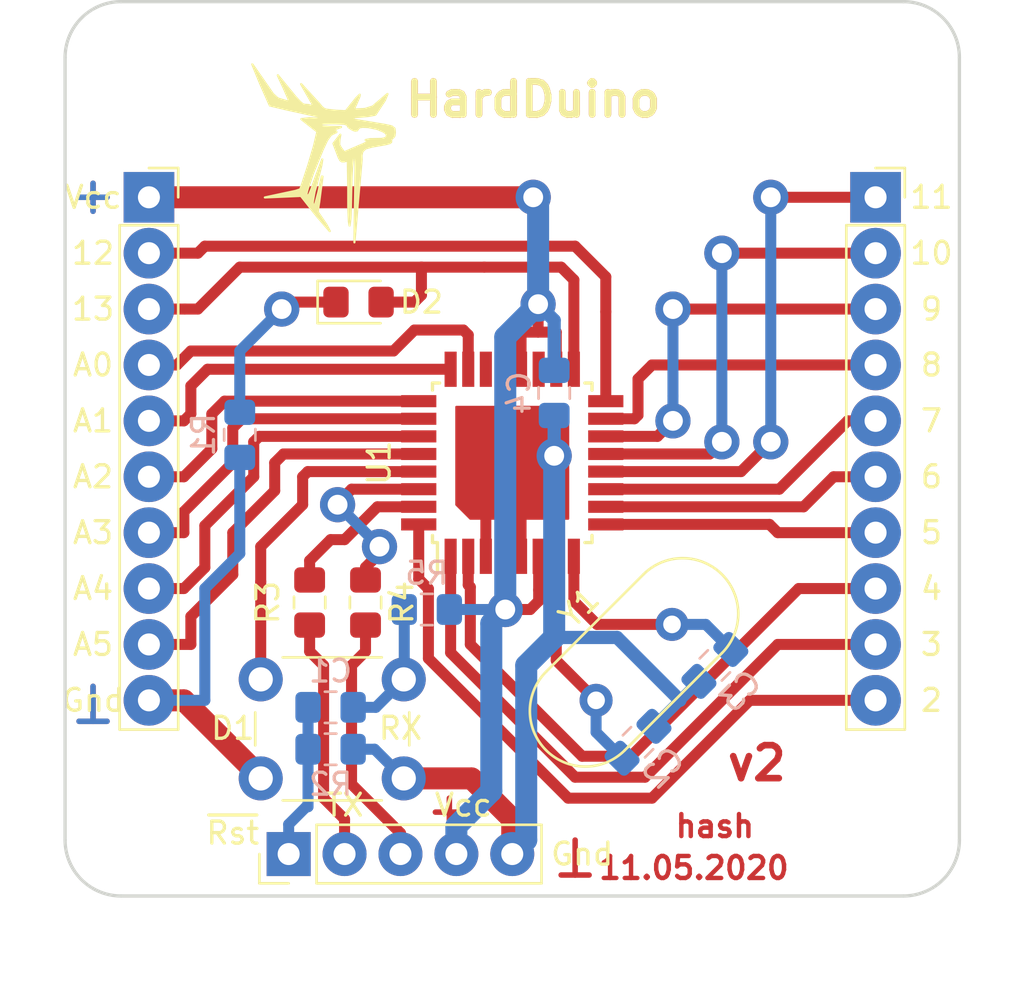
<source format=kicad_pcb>
(kicad_pcb (version 20171130) (host pcbnew "(5.1.5)-3")

  (general
    (thickness 1.6)
    (drawings 40)
    (tracks 238)
    (zones 0)
    (modules 20)
    (nets 32)
  )

  (page A4)
  (layers
    (0 F.Cu signal)
    (31 B.Cu signal)
    (32 B.Adhes user)
    (33 F.Adhes user)
    (34 B.Paste user)
    (35 F.Paste user)
    (36 B.SilkS user)
    (37 F.SilkS user)
    (38 B.Mask user)
    (39 F.Mask user)
    (40 Dwgs.User user)
    (41 Cmts.User user)
    (42 Eco1.User user)
    (43 Eco2.User user)
    (44 Edge.Cuts user)
    (45 Margin user)
    (46 B.CrtYd user)
    (47 F.CrtYd user)
    (48 B.Fab user)
    (49 F.Fab user)
  )

  (setup
    (last_trace_width 0.5)
    (user_trace_width 0.4)
    (user_trace_width 0.5)
    (user_trace_width 0.6)
    (user_trace_width 0.8)
    (user_trace_width 1)
    (trace_clearance 0.2)
    (zone_clearance 0.508)
    (zone_45_only no)
    (trace_min 0.2)
    (via_size 0.8)
    (via_drill 0.4)
    (via_min_size 0.4)
    (via_min_drill 0.3)
    (user_via 1.6 0.9)
    (uvia_size 0.3)
    (uvia_drill 0.1)
    (uvias_allowed no)
    (uvia_min_size 0.2)
    (uvia_min_drill 0.1)
    (edge_width 0.05)
    (segment_width 0.2)
    (pcb_text_width 0.3)
    (pcb_text_size 1.5 1.5)
    (mod_edge_width 0.12)
    (mod_text_size 1 1)
    (mod_text_width 0.15)
    (pad_size 2 2)
    (pad_drill 1)
    (pad_to_mask_clearance 0.051)
    (solder_mask_min_width 0.25)
    (aux_axis_origin 0 0)
    (visible_elements 7FFFFFFF)
    (pcbplotparams
      (layerselection 0x010fc_ffffffff)
      (usegerberextensions false)
      (usegerberattributes false)
      (usegerberadvancedattributes false)
      (creategerberjobfile false)
      (excludeedgelayer true)
      (linewidth 0.100000)
      (plotframeref false)
      (viasonmask false)
      (mode 1)
      (useauxorigin false)
      (hpglpennumber 1)
      (hpglpenspeed 20)
      (hpglpendiameter 15.000000)
      (psnegative false)
      (psa4output false)
      (plotreference true)
      (plotvalue true)
      (plotinvisibletext false)
      (padsonsilk false)
      (subtractmaskfromsilk false)
      (outputformat 1)
      (mirror false)
      (drillshape 1)
      (scaleselection 1)
      (outputdirectory ""))
  )

  (net 0 "")
  (net 1 VCC)
  (net 2 /12)
  (net 3 /13)
  (net 4 /A0)
  (net 5 /A1)
  (net 6 /A2)
  (net 7 /A3)
  (net 8 /A4)
  (net 9 /A5)
  (net 10 GND)
  (net 11 /2)
  (net 12 /3)
  (net 13 /4)
  (net 14 /5)
  (net 15 /6)
  (net 16 /7)
  (net 17 /8)
  (net 18 /9)
  (net 19 /10)
  (net 20 /11)
  (net 21 "Net-(C1-Pad1)")
  (net 22 /~RESET)
  (net 23 "Net-(C2-Pad1)")
  (net 24 "Net-(C3-Pad2)")
  (net 25 "Net-(D2-Pad1)")
  (net 26 /TX)
  (net 27 /RX)
  (net 28 "Net-(R3-Pad1)")
  (net 29 "Net-(R4-Pad1)")
  (net 30 "Net-(U1-Pad19)")
  (net 31 "Net-(U1-Pad22)")

  (net_class Default "Это класс цепей по умолчанию."
    (clearance 0.2)
    (trace_width 0.25)
    (via_dia 0.8)
    (via_drill 0.4)
    (uvia_dia 0.3)
    (uvia_drill 0.1)
    (add_net /10)
    (add_net /11)
    (add_net /12)
    (add_net /13)
    (add_net /2)
    (add_net /3)
    (add_net /4)
    (add_net /5)
    (add_net /6)
    (add_net /7)
    (add_net /8)
    (add_net /9)
    (add_net /A0)
    (add_net /A1)
    (add_net /A2)
    (add_net /A3)
    (add_net /A4)
    (add_net /A5)
    (add_net /RX)
    (add_net /TX)
    (add_net /~RESET)
    (add_net GND)
    (add_net "Net-(C1-Pad1)")
    (add_net "Net-(C2-Pad1)")
    (add_net "Net-(C3-Pad2)")
    (add_net "Net-(D2-Pad1)")
    (add_net "Net-(R3-Pad1)")
    (add_net "Net-(R4-Pad1)")
    (add_net "Net-(U1-Pad19)")
    (add_net "Net-(U1-Pad22)")
    (add_net VCC)
  )

  (module MountingHole:MountingHole_3.2mm_M3 (layer F.Cu) (tedit 56D1B4CB) (tstamp 5D79781E)
    (at 92.71 54.61)
    (descr "Mounting Hole 3.2mm, no annular, M3")
    (tags "mounting hole 3.2mm no annular m3")
    (path /5D791BF4)
    (attr virtual)
    (fp_text reference H1 (at -3.81 -4.2) (layer F.SilkS) hide
      (effects (font (size 1 1) (thickness 0.15)))
    )
    (fp_text value MountingHole (at 2.54 -5.08) (layer F.Fab) hide
      (effects (font (size 1 1) (thickness 0.15)))
    )
    (fp_circle (center 0 0) (end 3.45 0) (layer F.CrtYd) (width 0.05))
    (fp_circle (center 0 0) (end 3.2 0) (layer Cmts.User) (width 0.15))
    (fp_text user %R (at 0.3 0) (layer F.Fab)
      (effects (font (size 1 1) (thickness 0.15)))
    )
    (pad 1 np_thru_hole circle (at 0 0) (size 3.2 3.2) (drill 3.2) (layers *.Cu *.Mask))
  )

  (module MountingHole:MountingHole_3.2mm_M3 (layer F.Cu) (tedit 56D1B4CB) (tstamp 5D797826)
    (at 92.71 87.63)
    (descr "Mounting Hole 3.2mm, no annular, M3")
    (tags "mounting hole 3.2mm no annular m3")
    (path /5D793188)
    (attr virtual)
    (fp_text reference H2 (at -3.81 3.81) (layer F.SilkS) hide
      (effects (font (size 1 1) (thickness 0.15)))
    )
    (fp_text value MountingHole (at 3.81 5.08) (layer F.Fab) hide
      (effects (font (size 1 1) (thickness 0.15)))
    )
    (fp_text user %R (at 0.3 0) (layer F.Fab)
      (effects (font (size 1 1) (thickness 0.15)))
    )
    (fp_circle (center 0 0) (end 3.2 0) (layer Cmts.User) (width 0.15))
    (fp_circle (center 0 0) (end 3.45 0) (layer F.CrtYd) (width 0.05))
    (pad 1 np_thru_hole circle (at 0 0) (size 3.2 3.2) (drill 3.2) (layers *.Cu *.Mask))
  )

  (module MountingHole:MountingHole_3.2mm_M3 (layer F.Cu) (tedit 56D1B4CB) (tstamp 5D79782E)
    (at 125.73 54.61)
    (descr "Mounting Hole 3.2mm, no annular, M3")
    (tags "mounting hole 3.2mm no annular m3")
    (path /5D793224)
    (attr virtual)
    (fp_text reference H3 (at 3.81 -3.81) (layer F.SilkS) hide
      (effects (font (size 1 1) (thickness 0.15)))
    )
    (fp_text value MountingHole (at -2.54 -5.08) (layer F.Fab) hide
      (effects (font (size 1 1) (thickness 0.15)))
    )
    (fp_circle (center 0 0) (end 3.45 0) (layer F.CrtYd) (width 0.05))
    (fp_circle (center 0 0) (end 3.2 0) (layer Cmts.User) (width 0.15))
    (fp_text user %R (at 0.3 0) (layer F.Fab)
      (effects (font (size 1 1) (thickness 0.15)))
    )
    (pad 1 np_thru_hole circle (at 0 0) (size 3.2 3.2) (drill 3.2) (layers *.Cu *.Mask))
  )

  (module MountingHole:MountingHole_3.2mm_M3 (layer F.Cu) (tedit 56D1B4CB) (tstamp 5D797836)
    (at 125.73 87.63)
    (descr "Mounting Hole 3.2mm, no annular, M3")
    (tags "mounting hole 3.2mm no annular m3")
    (path /5D7932CC)
    (attr virtual)
    (fp_text reference H4 (at 3.81 3.81) (layer F.SilkS) hide
      (effects (font (size 1 1) (thickness 0.15)))
    )
    (fp_text value MountingHole (at -5.08 5.08) (layer F.Fab) hide
      (effects (font (size 1 1) (thickness 0.15)))
    )
    (fp_text user %R (at 0 0) (layer F.Fab)
      (effects (font (size 1 1) (thickness 0.15)))
    )
    (fp_circle (center 0 0) (end 3.2 0) (layer Cmts.User) (width 0.15))
    (fp_circle (center 0 0) (end 3.45 0) (layer F.CrtYd) (width 0.05))
    (pad 1 np_thru_hole circle (at 0 0) (size 3.2 3.2) (drill 3.2) (layers *.Cu *.Mask))
  )

  (module Connector_PinSocket_2.54mm:PinSocket_1x10_P2.54mm_Vertical (layer F.Cu) (tedit 5E9C7D65) (tstamp 5E7BED97)
    (at 92.71 59.69)
    (descr "Through hole straight socket strip, 1x10, 2.54mm pitch, single row (from Kicad 4.0.7), script generated")
    (tags "Through hole socket strip THT 1x10 2.54mm single row")
    (path /5E7C174E)
    (fp_text reference J1 (at -2.8575 -2.2225) (layer F.SilkS) hide
      (effects (font (size 1 1) (thickness 0.15)))
    )
    (fp_text value Conn_01x10_Male (at 0 25.63) (layer F.Fab)
      (effects (font (size 1 1) (thickness 0.15)))
    )
    (fp_line (start -1.27 -1.27) (end 0.635 -1.27) (layer F.Fab) (width 0.1))
    (fp_line (start 0.635 -1.27) (end 1.27 -0.635) (layer F.Fab) (width 0.1))
    (fp_line (start 1.27 -0.635) (end 1.27 24.13) (layer F.Fab) (width 0.1))
    (fp_line (start 1.27 24.13) (end -1.27 24.13) (layer F.Fab) (width 0.1))
    (fp_line (start -1.27 24.13) (end -1.27 -1.27) (layer F.Fab) (width 0.1))
    (fp_line (start -1.33 1.27) (end 1.33 1.27) (layer F.SilkS) (width 0.12))
    (fp_line (start -1.33 1.27) (end -1.33 24.19) (layer F.SilkS) (width 0.12))
    (fp_line (start -1.33 24.19) (end 1.33 24.19) (layer F.SilkS) (width 0.12))
    (fp_line (start 1.33 1.27) (end 1.33 24.19) (layer F.SilkS) (width 0.12))
    (fp_line (start 1.33 -1.33) (end 1.33 0) (layer F.SilkS) (width 0.12))
    (fp_line (start 0 -1.33) (end 1.33 -1.33) (layer F.SilkS) (width 0.12))
    (fp_line (start -1.8 -1.8) (end 1.75 -1.8) (layer F.CrtYd) (width 0.05))
    (fp_line (start 1.75 -1.8) (end 1.75 24.6) (layer F.CrtYd) (width 0.05))
    (fp_line (start 1.75 24.6) (end -1.8 24.6) (layer F.CrtYd) (width 0.05))
    (fp_line (start -1.8 24.6) (end -1.8 -1.8) (layer F.CrtYd) (width 0.05))
    (fp_text user %R (at 0 11.43 90) (layer F.Fab)
      (effects (font (size 1 1) (thickness 0.15)))
    )
    (pad 1 thru_hole rect (at 0 0) (size 2.3 2.3) (drill 1) (layers *.Cu *.Mask)
      (net 1 VCC))
    (pad 2 thru_hole oval (at 0 2.54) (size 2.3 2.3) (drill 1) (layers *.Cu *.Mask)
      (net 2 /12))
    (pad 3 thru_hole oval (at 0 5.08) (size 2.3 2.3) (drill 1) (layers *.Cu *.Mask)
      (net 3 /13))
    (pad 4 thru_hole oval (at 0 7.62) (size 2.3 2.3) (drill 1) (layers *.Cu *.Mask)
      (net 4 /A0))
    (pad 5 thru_hole oval (at 0 10.16) (size 2.3 2.3) (drill 1) (layers *.Cu *.Mask)
      (net 5 /A1))
    (pad 6 thru_hole oval (at 0 12.7) (size 2.3 2.3) (drill 1) (layers *.Cu *.Mask)
      (net 6 /A2))
    (pad 7 thru_hole oval (at 0 15.24) (size 2.3 2.3) (drill 1) (layers *.Cu *.Mask)
      (net 7 /A3))
    (pad 8 thru_hole oval (at 0 17.78) (size 2.3 2.3) (drill 1) (layers *.Cu *.Mask)
      (net 8 /A4))
    (pad 9 thru_hole oval (at 0 20.32) (size 2.3 2.3) (drill 1) (layers *.Cu *.Mask)
      (net 9 /A5))
    (pad 10 thru_hole oval (at 0 22.86) (size 2.3 2.3) (drill 1) (layers *.Cu *.Mask)
      (net 10 GND))
    (model ${KISYS3DMOD}/Connector_PinSocket_2.54mm.3dshapes/PinSocket_1x10_P2.54mm_Vertical.wrl
      (at (xyz 0 0 0))
      (scale (xyz 1 1 1))
      (rotate (xyz 0 0 0))
    )
  )

  (module Connector_PinSocket_2.54mm:PinSocket_1x10_P2.54mm_Vertical (layer F.Cu) (tedit 5E9C7DAC) (tstamp 5E7BEDB5)
    (at 125.73 59.69)
    (descr "Through hole straight socket strip, 1x10, 2.54mm pitch, single row (from Kicad 4.0.7), script generated")
    (tags "Through hole socket strip THT 1x10 2.54mm single row")
    (path /5E7C1FC2)
    (fp_text reference J2 (at 2.54 -2.2225) (layer F.SilkS) hide
      (effects (font (size 1 1) (thickness 0.15)))
    )
    (fp_text value Conn_01x10_Male (at 0 25.63) (layer F.Fab)
      (effects (font (size 1 1) (thickness 0.15)))
    )
    (fp_text user %R (at 0 11.43 90) (layer F.Fab)
      (effects (font (size 1 1) (thickness 0.15)))
    )
    (fp_line (start -1.8 24.6) (end -1.8 -1.8) (layer F.CrtYd) (width 0.05))
    (fp_line (start 1.75 24.6) (end -1.8 24.6) (layer F.CrtYd) (width 0.05))
    (fp_line (start 1.75 -1.8) (end 1.75 24.6) (layer F.CrtYd) (width 0.05))
    (fp_line (start -1.8 -1.8) (end 1.75 -1.8) (layer F.CrtYd) (width 0.05))
    (fp_line (start 0 -1.33) (end 1.33 -1.33) (layer F.SilkS) (width 0.12))
    (fp_line (start 1.33 -1.33) (end 1.33 0) (layer F.SilkS) (width 0.12))
    (fp_line (start 1.33 1.27) (end 1.33 24.19) (layer F.SilkS) (width 0.12))
    (fp_line (start -1.33 24.19) (end 1.33 24.19) (layer F.SilkS) (width 0.12))
    (fp_line (start -1.33 1.27) (end -1.33 24.19) (layer F.SilkS) (width 0.12))
    (fp_line (start -1.33 1.27) (end 1.33 1.27) (layer F.SilkS) (width 0.12))
    (fp_line (start -1.27 24.13) (end -1.27 -1.27) (layer F.Fab) (width 0.1))
    (fp_line (start 1.27 24.13) (end -1.27 24.13) (layer F.Fab) (width 0.1))
    (fp_line (start 1.27 -0.635) (end 1.27 24.13) (layer F.Fab) (width 0.1))
    (fp_line (start 0.635 -1.27) (end 1.27 -0.635) (layer F.Fab) (width 0.1))
    (fp_line (start -1.27 -1.27) (end 0.635 -1.27) (layer F.Fab) (width 0.1))
    (pad 10 thru_hole oval (at 0 22.86) (size 2.3 2.3) (drill 1) (layers *.Cu *.Mask)
      (net 11 /2))
    (pad 9 thru_hole oval (at 0 20.32) (size 2.3 2.3) (drill 1) (layers *.Cu *.Mask)
      (net 12 /3))
    (pad 8 thru_hole oval (at 0 17.78) (size 2.3 2.3) (drill 1) (layers *.Cu *.Mask)
      (net 13 /4))
    (pad 7 thru_hole oval (at 0 15.24) (size 2.3 2.3) (drill 1) (layers *.Cu *.Mask)
      (net 14 /5))
    (pad 6 thru_hole oval (at 0 12.7) (size 2.3 2.3) (drill 1) (layers *.Cu *.Mask)
      (net 15 /6))
    (pad 5 thru_hole oval (at 0 10.16) (size 2.3 2.3) (drill 1) (layers *.Cu *.Mask)
      (net 16 /7))
    (pad 4 thru_hole oval (at 0 7.62) (size 2.3 2.3) (drill 1) (layers *.Cu *.Mask)
      (net 17 /8))
    (pad 3 thru_hole oval (at 0 5.08) (size 2.3 2.3) (drill 1) (layers *.Cu *.Mask)
      (net 18 /9))
    (pad 2 thru_hole oval (at 0 2.54) (size 2.3 2.3) (drill 1) (layers *.Cu *.Mask)
      (net 19 /10))
    (pad 1 thru_hole rect (at 0 0) (size 2.3 2.3) (drill 1) (layers *.Cu *.Mask)
      (net 20 /11))
    (model ${KISYS3DMOD}/Connector_PinSocket_2.54mm.3dshapes/PinSocket_1x10_P2.54mm_Vertical.wrl
      (at (xyz 0 0 0))
      (scale (xyz 1 1 1))
      (rotate (xyz 0 0 0))
    )
  )

  (module Capacitor_SMD:C_0805_2012Metric_Pad1.15x1.40mm_HandSolder (layer B.Cu) (tedit 5B36C52B) (tstamp 5EB8AEDA)
    (at 100.965 82.8675 180)
    (descr "Capacitor SMD 0805 (2012 Metric), square (rectangular) end terminal, IPC_7351 nominal with elongated pad for handsoldering. (Body size source: https://docs.google.com/spreadsheets/d/1BsfQQcO9C6DZCsRaXUlFlo91Tg2WpOkGARC1WS5S8t0/edit?usp=sharing), generated with kicad-footprint-generator")
    (tags "capacitor handsolder")
    (path /5EBC9668)
    (attr smd)
    (fp_text reference C1 (at 0 1.65) (layer B.SilkS)
      (effects (font (size 1 1) (thickness 0.15)) (justify mirror))
    )
    (fp_text value 0.1uF (at 0 -1.65) (layer B.Fab)
      (effects (font (size 1 1) (thickness 0.15)) (justify mirror))
    )
    (fp_line (start -1 -0.6) (end -1 0.6) (layer B.Fab) (width 0.1))
    (fp_line (start -1 0.6) (end 1 0.6) (layer B.Fab) (width 0.1))
    (fp_line (start 1 0.6) (end 1 -0.6) (layer B.Fab) (width 0.1))
    (fp_line (start 1 -0.6) (end -1 -0.6) (layer B.Fab) (width 0.1))
    (fp_line (start -0.261252 0.71) (end 0.261252 0.71) (layer B.SilkS) (width 0.12))
    (fp_line (start -0.261252 -0.71) (end 0.261252 -0.71) (layer B.SilkS) (width 0.12))
    (fp_line (start -1.85 -0.95) (end -1.85 0.95) (layer B.CrtYd) (width 0.05))
    (fp_line (start -1.85 0.95) (end 1.85 0.95) (layer B.CrtYd) (width 0.05))
    (fp_line (start 1.85 0.95) (end 1.85 -0.95) (layer B.CrtYd) (width 0.05))
    (fp_line (start 1.85 -0.95) (end -1.85 -0.95) (layer B.CrtYd) (width 0.05))
    (fp_text user %R (at 0 0) (layer B.Fab)
      (effects (font (size 0.5 0.5) (thickness 0.08)) (justify mirror))
    )
    (pad 1 smd roundrect (at -1.025 0 180) (size 1.15 1.4) (layers B.Cu B.Paste B.Mask) (roundrect_rratio 0.217391)
      (net 21 "Net-(C1-Pad1)"))
    (pad 2 smd roundrect (at 1.025 0 180) (size 1.15 1.4) (layers B.Cu B.Paste B.Mask) (roundrect_rratio 0.217391)
      (net 22 /~RESET))
    (model ${KISYS3DMOD}/Capacitor_SMD.3dshapes/C_0805_2012Metric.wrl
      (at (xyz 0 0 0))
      (scale (xyz 1 1 1))
      (rotate (xyz 0 0 0))
    )
  )

  (module Capacitor_SMD:C_0805_2012Metric_Pad1.15x1.40mm_HandSolder (layer B.Cu) (tedit 5B36C52B) (tstamp 5EB8AEEB)
    (at 114.935 84.455 45)
    (descr "Capacitor SMD 0805 (2012 Metric), square (rectangular) end terminal, IPC_7351 nominal with elongated pad for handsoldering. (Body size source: https://docs.google.com/spreadsheets/d/1BsfQQcO9C6DZCsRaXUlFlo91Tg2WpOkGARC1WS5S8t0/edit?usp=sharing), generated with kicad-footprint-generator")
    (tags "capacitor handsolder")
    (path /5EC2DAD8)
    (attr smd)
    (fp_text reference C2 (at 0 1.65 225) (layer B.SilkS)
      (effects (font (size 1 1) (thickness 0.15)) (justify mirror))
    )
    (fp_text value 22pF (at 0 -1.65 225) (layer B.Fab)
      (effects (font (size 1 1) (thickness 0.15)) (justify mirror))
    )
    (fp_text user %R (at 0 0 225) (layer B.Fab)
      (effects (font (size 0.5 0.5) (thickness 0.08)) (justify mirror))
    )
    (fp_line (start 1.85 -0.95) (end -1.85 -0.95) (layer B.CrtYd) (width 0.05))
    (fp_line (start 1.85 0.95) (end 1.85 -0.95) (layer B.CrtYd) (width 0.05))
    (fp_line (start -1.85 0.95) (end 1.85 0.95) (layer B.CrtYd) (width 0.05))
    (fp_line (start -1.85 -0.95) (end -1.85 0.95) (layer B.CrtYd) (width 0.05))
    (fp_line (start -0.261252 -0.71) (end 0.261252 -0.71) (layer B.SilkS) (width 0.12))
    (fp_line (start -0.261252 0.71) (end 0.261252 0.71) (layer B.SilkS) (width 0.12))
    (fp_line (start 1 -0.6) (end -1 -0.6) (layer B.Fab) (width 0.1))
    (fp_line (start 1 0.6) (end 1 -0.6) (layer B.Fab) (width 0.1))
    (fp_line (start -1 0.6) (end 1 0.6) (layer B.Fab) (width 0.1))
    (fp_line (start -1 -0.6) (end -1 0.6) (layer B.Fab) (width 0.1))
    (pad 2 smd roundrect (at 1.025 0 45) (size 1.15 1.4) (layers B.Cu B.Paste B.Mask) (roundrect_rratio 0.217391)
      (net 10 GND))
    (pad 1 smd roundrect (at -1.025 0 45) (size 1.15 1.4) (layers B.Cu B.Paste B.Mask) (roundrect_rratio 0.217391)
      (net 23 "Net-(C2-Pad1)"))
    (model ${KISYS3DMOD}/Capacitor_SMD.3dshapes/C_0805_2012Metric.wrl
      (at (xyz 0 0 0))
      (scale (xyz 1 1 1))
      (rotate (xyz 0 0 0))
    )
  )

  (module Capacitor_SMD:C_0805_2012Metric_Pad1.15x1.40mm_HandSolder (layer B.Cu) (tedit 5B36C52B) (tstamp 5EB8AEFC)
    (at 118.4275 80.9625 45)
    (descr "Capacitor SMD 0805 (2012 Metric), square (rectangular) end terminal, IPC_7351 nominal with elongated pad for handsoldering. (Body size source: https://docs.google.com/spreadsheets/d/1BsfQQcO9C6DZCsRaXUlFlo91Tg2WpOkGARC1WS5S8t0/edit?usp=sharing), generated with kicad-footprint-generator")
    (tags "capacitor handsolder")
    (path /5EC2E17E)
    (attr smd)
    (fp_text reference C3 (at 0 1.65 225) (layer B.SilkS)
      (effects (font (size 1 1) (thickness 0.15)) (justify mirror))
    )
    (fp_text value 22pF (at 0 -1.65 225) (layer B.Fab)
      (effects (font (size 1 1) (thickness 0.15)) (justify mirror))
    )
    (fp_line (start -1 -0.6) (end -1 0.6) (layer B.Fab) (width 0.1))
    (fp_line (start -1 0.6) (end 1 0.6) (layer B.Fab) (width 0.1))
    (fp_line (start 1 0.6) (end 1 -0.6) (layer B.Fab) (width 0.1))
    (fp_line (start 1 -0.6) (end -1 -0.6) (layer B.Fab) (width 0.1))
    (fp_line (start -0.261252 0.71) (end 0.261252 0.71) (layer B.SilkS) (width 0.12))
    (fp_line (start -0.261252 -0.71) (end 0.261252 -0.71) (layer B.SilkS) (width 0.12))
    (fp_line (start -1.85 -0.95) (end -1.85 0.95) (layer B.CrtYd) (width 0.05))
    (fp_line (start -1.85 0.95) (end 1.85 0.95) (layer B.CrtYd) (width 0.05))
    (fp_line (start 1.85 0.95) (end 1.85 -0.95) (layer B.CrtYd) (width 0.05))
    (fp_line (start 1.85 -0.95) (end -1.85 -0.95) (layer B.CrtYd) (width 0.05))
    (fp_text user %R (at 0 0 225) (layer B.Fab)
      (effects (font (size 0.5 0.5) (thickness 0.08)) (justify mirror))
    )
    (pad 1 smd roundrect (at -1.025 0 45) (size 1.15 1.4) (layers B.Cu B.Paste B.Mask) (roundrect_rratio 0.217391)
      (net 10 GND))
    (pad 2 smd roundrect (at 1.025 0 45) (size 1.15 1.4) (layers B.Cu B.Paste B.Mask) (roundrect_rratio 0.217391)
      (net 24 "Net-(C3-Pad2)"))
    (model ${KISYS3DMOD}/Capacitor_SMD.3dshapes/C_0805_2012Metric.wrl
      (at (xyz 0 0 0))
      (scale (xyz 1 1 1))
      (rotate (xyz 0 0 0))
    )
  )

  (module Capacitor_SMD:C_0805_2012Metric_Pad1.15x1.40mm_HandSolder (layer B.Cu) (tedit 5B36C52B) (tstamp 5EB8AF0D)
    (at 111.125 68.58 90)
    (descr "Capacitor SMD 0805 (2012 Metric), square (rectangular) end terminal, IPC_7351 nominal with elongated pad for handsoldering. (Body size source: https://docs.google.com/spreadsheets/d/1BsfQQcO9C6DZCsRaXUlFlo91Tg2WpOkGARC1WS5S8t0/edit?usp=sharing), generated with kicad-footprint-generator")
    (tags "capacitor handsolder")
    (path /5EC58145)
    (attr smd)
    (fp_text reference C4 (at 0 -1.5875 90) (layer B.SilkS)
      (effects (font (size 1 1) (thickness 0.15)) (justify mirror))
    )
    (fp_text value C (at 0 -1.65 90) (layer B.Fab)
      (effects (font (size 1 1) (thickness 0.15)) (justify mirror))
    )
    (fp_text user %R (at 0 0 90) (layer B.Fab)
      (effects (font (size 0.5 0.5) (thickness 0.08)) (justify mirror))
    )
    (fp_line (start 1.85 -0.95) (end -1.85 -0.95) (layer B.CrtYd) (width 0.05))
    (fp_line (start 1.85 0.95) (end 1.85 -0.95) (layer B.CrtYd) (width 0.05))
    (fp_line (start -1.85 0.95) (end 1.85 0.95) (layer B.CrtYd) (width 0.05))
    (fp_line (start -1.85 -0.95) (end -1.85 0.95) (layer B.CrtYd) (width 0.05))
    (fp_line (start -0.261252 -0.71) (end 0.261252 -0.71) (layer B.SilkS) (width 0.12))
    (fp_line (start -0.261252 0.71) (end 0.261252 0.71) (layer B.SilkS) (width 0.12))
    (fp_line (start 1 -0.6) (end -1 -0.6) (layer B.Fab) (width 0.1))
    (fp_line (start 1 0.6) (end 1 -0.6) (layer B.Fab) (width 0.1))
    (fp_line (start -1 0.6) (end 1 0.6) (layer B.Fab) (width 0.1))
    (fp_line (start -1 -0.6) (end -1 0.6) (layer B.Fab) (width 0.1))
    (pad 2 smd roundrect (at 1.025 0 90) (size 1.15 1.4) (layers B.Cu B.Paste B.Mask) (roundrect_rratio 0.217391)
      (net 1 VCC))
    (pad 1 smd roundrect (at -1.025 0 90) (size 1.15 1.4) (layers B.Cu B.Paste B.Mask) (roundrect_rratio 0.217391)
      (net 10 GND))
    (model ${KISYS3DMOD}/Capacitor_SMD.3dshapes/C_0805_2012Metric.wrl
      (at (xyz 0 0 0))
      (scale (xyz 1 1 1))
      (rotate (xyz 0 0 0))
    )
  )

  (module CommonLibrary:6x6-tact-btn (layer F.Cu) (tedit 5D7B292D) (tstamp 5EB8AF2B)
    (at 97.79 81.5975)
    (path /5EC46676)
    (fp_text reference D1 (at -1.27 2.2225) (layer F.SilkS)
      (effects (font (size 1 1) (thickness 0.15)))
    )
    (fp_text value 6x6-tact-btn (at 0 -0.5) (layer F.Fab)
      (effects (font (size 1 1) (thickness 0.15)))
    )
    (fp_line (start 3.25 -0.75) (end 6.25 -0.75) (layer F.Fab) (width 0.1))
    (fp_line (start 6.25 -0.75) (end 6.25 5.25) (layer F.Fab) (width 0.1))
    (fp_line (start 6.25 5.25) (end 0.25 5.25) (layer F.Fab) (width 0.1))
    (fp_line (start 0.25 5.25) (end 0.25 -0.75) (layer F.Fab) (width 0.1))
    (fp_line (start 0.25 -0.75) (end 3.25 -0.75) (layer F.Fab) (width 0.1))
    (fp_line (start 7.75 6) (end 8 6) (layer F.CrtYd) (width 0.05))
    (fp_line (start 8 6) (end 8 5.75) (layer F.CrtYd) (width 0.05))
    (fp_line (start 7.75 -1.5) (end 8 -1.5) (layer F.CrtYd) (width 0.05))
    (fp_line (start 8 -1.5) (end 8 -1.25) (layer F.CrtYd) (width 0.05))
    (fp_line (start -1.5 -1.25) (end -1.5 -1.5) (layer F.CrtYd) (width 0.05))
    (fp_line (start -1.5 -1.5) (end -1.25 -1.5) (layer F.CrtYd) (width 0.05))
    (fp_line (start -1.5 5.75) (end -1.5 6) (layer F.CrtYd) (width 0.05))
    (fp_line (start -1.5 6) (end -1.25 6) (layer F.CrtYd) (width 0.05))
    (fp_line (start -1.25 -1.5) (end 7.75 -1.5) (layer F.CrtYd) (width 0.05))
    (fp_line (start -1.5 5.75) (end -1.5 -1.25) (layer F.CrtYd) (width 0.05))
    (fp_line (start 7.75 6) (end -1.25 6) (layer F.CrtYd) (width 0.05))
    (fp_line (start 8 -1.25) (end 8 5.75) (layer F.CrtYd) (width 0.05))
    (fp_line (start 1 5.5) (end 5.5 5.5) (layer F.SilkS) (width 0.12))
    (fp_line (start -0.25 1.5) (end -0.25 3) (layer F.SilkS) (width 0.12))
    (fp_line (start 5.5 -1) (end 1 -1) (layer F.SilkS) (width 0.12))
    (fp_line (start 6.75 3) (end 6.75 1.5) (layer F.SilkS) (width 0.12))
    (fp_circle (center 3.25 2.25) (end 1.25 2.5) (layer F.Fab) (width 0.1))
    (pad 2 thru_hole circle (at 0 4.5 90) (size 2 2) (drill 1.1) (layers *.Cu *.Mask)
      (net 10 GND))
    (pad 1 thru_hole circle (at 0 0 90) (size 2 2) (drill 1.1) (layers *.Cu *.Mask)
      (net 21 "Net-(C1-Pad1)"))
    (pad 2 thru_hole circle (at 6.5 4.5 90) (size 2 2) (drill 1.1) (layers *.Cu *.Mask)
      (net 10 GND))
    (pad 1 thru_hole circle (at 6.5 0 90) (size 2 2) (drill 1.1) (layers *.Cu *.Mask)
      (net 21 "Net-(C1-Pad1)"))
  )

  (module LED_SMD:LED_0805_2012Metric_Pad1.15x1.40mm_HandSolder (layer F.Cu) (tedit 5B4B45C9) (tstamp 5EB8AF3E)
    (at 102.235 64.4525)
    (descr "LED SMD 0805 (2012 Metric), square (rectangular) end terminal, IPC_7351 nominal, (Body size source: https://docs.google.com/spreadsheets/d/1BsfQQcO9C6DZCsRaXUlFlo91Tg2WpOkGARC1WS5S8t0/edit?usp=sharing), generated with kicad-footprint-generator")
    (tags "LED handsolder")
    (path /5EC11726)
    (attr smd)
    (fp_text reference D2 (at 2.8575 0) (layer F.SilkS)
      (effects (font (size 1 1) (thickness 0.15)))
    )
    (fp_text value LED (at 0 1.65) (layer F.Fab)
      (effects (font (size 1 1) (thickness 0.15)))
    )
    (fp_line (start 1 -0.6) (end -0.7 -0.6) (layer F.Fab) (width 0.1))
    (fp_line (start -0.7 -0.6) (end -1 -0.3) (layer F.Fab) (width 0.1))
    (fp_line (start -1 -0.3) (end -1 0.6) (layer F.Fab) (width 0.1))
    (fp_line (start -1 0.6) (end 1 0.6) (layer F.Fab) (width 0.1))
    (fp_line (start 1 0.6) (end 1 -0.6) (layer F.Fab) (width 0.1))
    (fp_line (start 1 -0.96) (end -1.86 -0.96) (layer F.SilkS) (width 0.12))
    (fp_line (start -1.86 -0.96) (end -1.86 0.96) (layer F.SilkS) (width 0.12))
    (fp_line (start -1.86 0.96) (end 1 0.96) (layer F.SilkS) (width 0.12))
    (fp_line (start -1.85 0.95) (end -1.85 -0.95) (layer F.CrtYd) (width 0.05))
    (fp_line (start -1.85 -0.95) (end 1.85 -0.95) (layer F.CrtYd) (width 0.05))
    (fp_line (start 1.85 -0.95) (end 1.85 0.95) (layer F.CrtYd) (width 0.05))
    (fp_line (start 1.85 0.95) (end -1.85 0.95) (layer F.CrtYd) (width 0.05))
    (fp_text user %R (at 0 0) (layer F.Fab)
      (effects (font (size 0.5 0.5) (thickness 0.08)))
    )
    (pad 1 smd roundrect (at -1.025 0) (size 1.15 1.4) (layers F.Cu F.Paste F.Mask) (roundrect_rratio 0.217391)
      (net 25 "Net-(D2-Pad1)"))
    (pad 2 smd roundrect (at 1.025 0) (size 1.15 1.4) (layers F.Cu F.Paste F.Mask) (roundrect_rratio 0.217391)
      (net 3 /13))
    (model ${KISYS3DMOD}/LED_SMD.3dshapes/LED_0805_2012Metric.wrl
      (at (xyz 0 0 0))
      (scale (xyz 1 1 1))
      (rotate (xyz 0 0 0))
    )
  )

  (module Connector_PinHeader_2.54mm:PinHeader_1x05_P2.54mm_Vertical (layer F.Cu) (tedit 5EB870FF) (tstamp 5EB8AF57)
    (at 99.06 89.535 90)
    (descr "Through hole straight pin header, 1x05, 2.54mm pitch, single row")
    (tags "Through hole pin header THT 1x05 2.54mm single row")
    (path /5EBCC8CB)
    (fp_text reference J3 (at 0 -2.33 90) (layer F.SilkS) hide
      (effects (font (size 1 1) (thickness 0.15)))
    )
    (fp_text value Conn_01x05_Male (at 0 12.49 90) (layer F.Fab)
      (effects (font (size 1 1) (thickness 0.15)))
    )
    (fp_line (start -0.635 -1.27) (end 1.27 -1.27) (layer F.Fab) (width 0.1))
    (fp_line (start 1.27 -1.27) (end 1.27 11.43) (layer F.Fab) (width 0.1))
    (fp_line (start 1.27 11.43) (end -1.27 11.43) (layer F.Fab) (width 0.1))
    (fp_line (start -1.27 11.43) (end -1.27 -0.635) (layer F.Fab) (width 0.1))
    (fp_line (start -1.27 -0.635) (end -0.635 -1.27) (layer F.Fab) (width 0.1))
    (fp_line (start -1.33 11.49) (end 1.33 11.49) (layer F.SilkS) (width 0.12))
    (fp_line (start -1.33 1.27) (end -1.33 11.49) (layer F.SilkS) (width 0.12))
    (fp_line (start 1.33 1.27) (end 1.33 11.49) (layer F.SilkS) (width 0.12))
    (fp_line (start -1.33 1.27) (end 1.33 1.27) (layer F.SilkS) (width 0.12))
    (fp_line (start -1.33 0) (end -1.33 -1.33) (layer F.SilkS) (width 0.12))
    (fp_line (start -1.33 -1.33) (end 0 -1.33) (layer F.SilkS) (width 0.12))
    (fp_line (start -1.8 -1.8) (end -1.8 11.95) (layer F.CrtYd) (width 0.05))
    (fp_line (start -1.8 11.95) (end 1.8 11.95) (layer F.CrtYd) (width 0.05))
    (fp_line (start 1.8 11.95) (end 1.8 -1.8) (layer F.CrtYd) (width 0.05))
    (fp_line (start 1.8 -1.8) (end -1.8 -1.8) (layer F.CrtYd) (width 0.05))
    (fp_text user %R (at 0 5.08) (layer F.Fab)
      (effects (font (size 1 1) (thickness 0.15)))
    )
    (pad 1 thru_hole rect (at 0 0 90) (size 2 2) (drill 1) (layers *.Cu *.Mask)
      (net 22 /~RESET))
    (pad 2 thru_hole oval (at 0 2.54 90) (size 2 2) (drill 1) (layers *.Cu *.Mask)
      (net 26 /TX))
    (pad 3 thru_hole oval (at 0 5.08 90) (size 2 2) (drill 1) (layers *.Cu *.Mask)
      (net 27 /RX))
    (pad 4 thru_hole oval (at 0 7.62 90) (size 2 2) (drill 1) (layers *.Cu *.Mask)
      (net 1 VCC))
    (pad 5 thru_hole oval (at 0 10.16 90) (size 2 2) (drill 1) (layers *.Cu *.Mask)
      (net 10 GND))
    (model ${KISYS3DMOD}/Connector_PinHeader_2.54mm.3dshapes/PinHeader_1x05_P2.54mm_Vertical.wrl
      (at (xyz 0 0 0))
      (scale (xyz 1 1 1))
      (rotate (xyz 0 0 0))
    )
  )

  (module Resistor_SMD:R_0805_2012Metric_Pad1.15x1.40mm_HandSolder (layer B.Cu) (tedit 5B36C52B) (tstamp 5EB8AF68)
    (at 96.8375 70.485 270)
    (descr "Resistor SMD 0805 (2012 Metric), square (rectangular) end terminal, IPC_7351 nominal with elongated pad for handsoldering. (Body size source: https://docs.google.com/spreadsheets/d/1BsfQQcO9C6DZCsRaXUlFlo91Tg2WpOkGARC1WS5S8t0/edit?usp=sharing), generated with kicad-footprint-generator")
    (tags "resistor handsolder")
    (path /5EC11FBF)
    (attr smd)
    (fp_text reference R1 (at 0 1.65 90) (layer B.SilkS)
      (effects (font (size 1 1) (thickness 0.15)) (justify mirror))
    )
    (fp_text value 1k (at 0 -1.65 90) (layer B.Fab)
      (effects (font (size 1 1) (thickness 0.15)) (justify mirror))
    )
    (fp_line (start -1 -0.6) (end -1 0.6) (layer B.Fab) (width 0.1))
    (fp_line (start -1 0.6) (end 1 0.6) (layer B.Fab) (width 0.1))
    (fp_line (start 1 0.6) (end 1 -0.6) (layer B.Fab) (width 0.1))
    (fp_line (start 1 -0.6) (end -1 -0.6) (layer B.Fab) (width 0.1))
    (fp_line (start -0.261252 0.71) (end 0.261252 0.71) (layer B.SilkS) (width 0.12))
    (fp_line (start -0.261252 -0.71) (end 0.261252 -0.71) (layer B.SilkS) (width 0.12))
    (fp_line (start -1.85 -0.95) (end -1.85 0.95) (layer B.CrtYd) (width 0.05))
    (fp_line (start -1.85 0.95) (end 1.85 0.95) (layer B.CrtYd) (width 0.05))
    (fp_line (start 1.85 0.95) (end 1.85 -0.95) (layer B.CrtYd) (width 0.05))
    (fp_line (start 1.85 -0.95) (end -1.85 -0.95) (layer B.CrtYd) (width 0.05))
    (fp_text user %R (at 0 0 90) (layer B.Fab)
      (effects (font (size 0.5 0.5) (thickness 0.08)) (justify mirror))
    )
    (pad 1 smd roundrect (at -1.025 0 270) (size 1.15 1.4) (layers B.Cu B.Paste B.Mask) (roundrect_rratio 0.217391)
      (net 25 "Net-(D2-Pad1)"))
    (pad 2 smd roundrect (at 1.025 0 270) (size 1.15 1.4) (layers B.Cu B.Paste B.Mask) (roundrect_rratio 0.217391)
      (net 10 GND))
    (model ${KISYS3DMOD}/Resistor_SMD.3dshapes/R_0805_2012Metric.wrl
      (at (xyz 0 0 0))
      (scale (xyz 1 1 1))
      (rotate (xyz 0 0 0))
    )
  )

  (module Resistor_SMD:R_0805_2012Metric_Pad1.15x1.40mm_HandSolder (layer B.Cu) (tedit 5B36C52B) (tstamp 5EB8AF79)
    (at 100.965 84.7725 180)
    (descr "Resistor SMD 0805 (2012 Metric), square (rectangular) end terminal, IPC_7351 nominal with elongated pad for handsoldering. (Body size source: https://docs.google.com/spreadsheets/d/1BsfQQcO9C6DZCsRaXUlFlo91Tg2WpOkGARC1WS5S8t0/edit?usp=sharing), generated with kicad-footprint-generator")
    (tags "resistor handsolder")
    (path /5EBC9A5E)
    (attr smd)
    (fp_text reference R2 (at 0 -1.5875 180) (layer B.SilkS)
      (effects (font (size 1 1) (thickness 0.15)) (justify mirror))
    )
    (fp_text value 1k (at 0 -1.65 180) (layer B.Fab)
      (effects (font (size 1 1) (thickness 0.15)) (justify mirror))
    )
    (fp_text user %R (at 0 0 180) (layer B.Fab)
      (effects (font (size 0.5 0.5) (thickness 0.08)) (justify mirror))
    )
    (fp_line (start 1.85 -0.95) (end -1.85 -0.95) (layer B.CrtYd) (width 0.05))
    (fp_line (start 1.85 0.95) (end 1.85 -0.95) (layer B.CrtYd) (width 0.05))
    (fp_line (start -1.85 0.95) (end 1.85 0.95) (layer B.CrtYd) (width 0.05))
    (fp_line (start -1.85 -0.95) (end -1.85 0.95) (layer B.CrtYd) (width 0.05))
    (fp_line (start -0.261252 -0.71) (end 0.261252 -0.71) (layer B.SilkS) (width 0.12))
    (fp_line (start -0.261252 0.71) (end 0.261252 0.71) (layer B.SilkS) (width 0.12))
    (fp_line (start 1 -0.6) (end -1 -0.6) (layer B.Fab) (width 0.1))
    (fp_line (start 1 0.6) (end 1 -0.6) (layer B.Fab) (width 0.1))
    (fp_line (start -1 0.6) (end 1 0.6) (layer B.Fab) (width 0.1))
    (fp_line (start -1 -0.6) (end -1 0.6) (layer B.Fab) (width 0.1))
    (pad 2 smd roundrect (at 1.025 0 180) (size 1.15 1.4) (layers B.Cu B.Paste B.Mask) (roundrect_rratio 0.217391)
      (net 22 /~RESET))
    (pad 1 smd roundrect (at -1.025 0 180) (size 1.15 1.4) (layers B.Cu B.Paste B.Mask) (roundrect_rratio 0.217391)
      (net 10 GND))
    (model ${KISYS3DMOD}/Resistor_SMD.3dshapes/R_0805_2012Metric.wrl
      (at (xyz 0 0 0))
      (scale (xyz 1 1 1))
      (rotate (xyz 0 0 0))
    )
  )

  (module Resistor_SMD:R_0805_2012Metric_Pad1.15x1.40mm_HandSolder (layer F.Cu) (tedit 5B36C52B) (tstamp 5EB8AF8A)
    (at 100.0125 78.105 270)
    (descr "Resistor SMD 0805 (2012 Metric), square (rectangular) end terminal, IPC_7351 nominal with elongated pad for handsoldering. (Body size source: https://docs.google.com/spreadsheets/d/1BsfQQcO9C6DZCsRaXUlFlo91Tg2WpOkGARC1WS5S8t0/edit?usp=sharing), generated with kicad-footprint-generator")
    (tags "resistor handsolder")
    (path /5EBCA008)
    (attr smd)
    (fp_text reference R3 (at 0 1.905 90) (layer F.SilkS)
      (effects (font (size 1 1) (thickness 0.15)))
    )
    (fp_text value 1k (at 0 1.65 90) (layer F.Fab)
      (effects (font (size 1 1) (thickness 0.15)))
    )
    (fp_text user %R (at 0 0 90) (layer F.Fab)
      (effects (font (size 0.5 0.5) (thickness 0.08)))
    )
    (fp_line (start 1.85 0.95) (end -1.85 0.95) (layer F.CrtYd) (width 0.05))
    (fp_line (start 1.85 -0.95) (end 1.85 0.95) (layer F.CrtYd) (width 0.05))
    (fp_line (start -1.85 -0.95) (end 1.85 -0.95) (layer F.CrtYd) (width 0.05))
    (fp_line (start -1.85 0.95) (end -1.85 -0.95) (layer F.CrtYd) (width 0.05))
    (fp_line (start -0.261252 0.71) (end 0.261252 0.71) (layer F.SilkS) (width 0.12))
    (fp_line (start -0.261252 -0.71) (end 0.261252 -0.71) (layer F.SilkS) (width 0.12))
    (fp_line (start 1 0.6) (end -1 0.6) (layer F.Fab) (width 0.1))
    (fp_line (start 1 -0.6) (end 1 0.6) (layer F.Fab) (width 0.1))
    (fp_line (start -1 -0.6) (end 1 -0.6) (layer F.Fab) (width 0.1))
    (fp_line (start -1 0.6) (end -1 -0.6) (layer F.Fab) (width 0.1))
    (pad 2 smd roundrect (at 1.025 0 270) (size 1.15 1.4) (layers F.Cu F.Paste F.Mask) (roundrect_rratio 0.217391)
      (net 26 /TX))
    (pad 1 smd roundrect (at -1.025 0 270) (size 1.15 1.4) (layers F.Cu F.Paste F.Mask) (roundrect_rratio 0.217391)
      (net 28 "Net-(R3-Pad1)"))
    (model ${KISYS3DMOD}/Resistor_SMD.3dshapes/R_0805_2012Metric.wrl
      (at (xyz 0 0 0))
      (scale (xyz 1 1 1))
      (rotate (xyz 0 0 0))
    )
  )

  (module Resistor_SMD:R_0805_2012Metric_Pad1.15x1.40mm_HandSolder (layer F.Cu) (tedit 5B36C52B) (tstamp 5EB8AF9B)
    (at 102.5525 78.105 270)
    (descr "Resistor SMD 0805 (2012 Metric), square (rectangular) end terminal, IPC_7351 nominal with elongated pad for handsoldering. (Body size source: https://docs.google.com/spreadsheets/d/1BsfQQcO9C6DZCsRaXUlFlo91Tg2WpOkGARC1WS5S8t0/edit?usp=sharing), generated with kicad-footprint-generator")
    (tags "resistor handsolder")
    (path /5EBC9D64)
    (attr smd)
    (fp_text reference R4 (at 0 -1.65 90) (layer F.SilkS)
      (effects (font (size 1 1) (thickness 0.15)))
    )
    (fp_text value 1k (at 0 1.65 90) (layer F.Fab)
      (effects (font (size 1 1) (thickness 0.15)))
    )
    (fp_line (start -1 0.6) (end -1 -0.6) (layer F.Fab) (width 0.1))
    (fp_line (start -1 -0.6) (end 1 -0.6) (layer F.Fab) (width 0.1))
    (fp_line (start 1 -0.6) (end 1 0.6) (layer F.Fab) (width 0.1))
    (fp_line (start 1 0.6) (end -1 0.6) (layer F.Fab) (width 0.1))
    (fp_line (start -0.261252 -0.71) (end 0.261252 -0.71) (layer F.SilkS) (width 0.12))
    (fp_line (start -0.261252 0.71) (end 0.261252 0.71) (layer F.SilkS) (width 0.12))
    (fp_line (start -1.85 0.95) (end -1.85 -0.95) (layer F.CrtYd) (width 0.05))
    (fp_line (start -1.85 -0.95) (end 1.85 -0.95) (layer F.CrtYd) (width 0.05))
    (fp_line (start 1.85 -0.95) (end 1.85 0.95) (layer F.CrtYd) (width 0.05))
    (fp_line (start 1.85 0.95) (end -1.85 0.95) (layer F.CrtYd) (width 0.05))
    (fp_text user %R (at 0 0 90) (layer F.Fab)
      (effects (font (size 0.5 0.5) (thickness 0.08)))
    )
    (pad 1 smd roundrect (at -1.025 0 270) (size 1.15 1.4) (layers F.Cu F.Paste F.Mask) (roundrect_rratio 0.217391)
      (net 29 "Net-(R4-Pad1)"))
    (pad 2 smd roundrect (at 1.025 0 270) (size 1.15 1.4) (layers F.Cu F.Paste F.Mask) (roundrect_rratio 0.217391)
      (net 27 /RX))
    (model ${KISYS3DMOD}/Resistor_SMD.3dshapes/R_0805_2012Metric.wrl
      (at (xyz 0 0 0))
      (scale (xyz 1 1 1))
      (rotate (xyz 0 0 0))
    )
  )

  (module Resistor_SMD:R_0805_2012Metric_Pad1.15x1.40mm_HandSolder (layer B.Cu) (tedit 5B36C52B) (tstamp 5EB8AFAC)
    (at 105.3375 78.4225 180)
    (descr "Resistor SMD 0805 (2012 Metric), square (rectangular) end terminal, IPC_7351 nominal with elongated pad for handsoldering. (Body size source: https://docs.google.com/spreadsheets/d/1BsfQQcO9C6DZCsRaXUlFlo91Tg2WpOkGARC1WS5S8t0/edit?usp=sharing), generated with kicad-footprint-generator")
    (tags "resistor handsolder")
    (path /5EBC907D)
    (attr smd)
    (fp_text reference R5 (at 0 1.65) (layer B.SilkS)
      (effects (font (size 1 1) (thickness 0.15)) (justify mirror))
    )
    (fp_text value 10k (at 0 -1.65) (layer B.Fab)
      (effects (font (size 1 1) (thickness 0.15)) (justify mirror))
    )
    (fp_line (start -1 -0.6) (end -1 0.6) (layer B.Fab) (width 0.1))
    (fp_line (start -1 0.6) (end 1 0.6) (layer B.Fab) (width 0.1))
    (fp_line (start 1 0.6) (end 1 -0.6) (layer B.Fab) (width 0.1))
    (fp_line (start 1 -0.6) (end -1 -0.6) (layer B.Fab) (width 0.1))
    (fp_line (start -0.261252 0.71) (end 0.261252 0.71) (layer B.SilkS) (width 0.12))
    (fp_line (start -0.261252 -0.71) (end 0.261252 -0.71) (layer B.SilkS) (width 0.12))
    (fp_line (start -1.85 -0.95) (end -1.85 0.95) (layer B.CrtYd) (width 0.05))
    (fp_line (start -1.85 0.95) (end 1.85 0.95) (layer B.CrtYd) (width 0.05))
    (fp_line (start 1.85 0.95) (end 1.85 -0.95) (layer B.CrtYd) (width 0.05))
    (fp_line (start 1.85 -0.95) (end -1.85 -0.95) (layer B.CrtYd) (width 0.05))
    (fp_text user %R (at 0 0) (layer B.Fab)
      (effects (font (size 0.5 0.5) (thickness 0.08)) (justify mirror))
    )
    (pad 1 smd roundrect (at -1.025 0 180) (size 1.15 1.4) (layers B.Cu B.Paste B.Mask) (roundrect_rratio 0.217391)
      (net 1 VCC))
    (pad 2 smd roundrect (at 1.025 0 180) (size 1.15 1.4) (layers B.Cu B.Paste B.Mask) (roundrect_rratio 0.217391)
      (net 21 "Net-(C1-Pad1)"))
    (model ${KISYS3DMOD}/Resistor_SMD.3dshapes/R_0805_2012Metric.wrl
      (at (xyz 0 0 0))
      (scale (xyz 1 1 1))
      (rotate (xyz 0 0 0))
    )
  )

  (module Package_QFP:TQFP-32_7x7mm_P0.8mm (layer F.Cu) (tedit 5A02F146) (tstamp 5EB8AFE3)
    (at 109.22 71.755 90)
    (descr "32-Lead Plastic Thin Quad Flatpack (PT) - 7x7x1.0 mm Body, 2.00 mm [TQFP] (see Microchip Packaging Specification 00000049BS.pdf)")
    (tags "QFP 0.8")
    (path /5EB8B637)
    (attr smd)
    (fp_text reference U1 (at 0 -6.05 90) (layer F.SilkS)
      (effects (font (size 1 1) (thickness 0.15)))
    )
    (fp_text value ATmega328P-AU (at 0 6.05 90) (layer F.Fab)
      (effects (font (size 1 1) (thickness 0.15)))
    )
    (fp_text user %R (at 0 0 90) (layer F.Fab)
      (effects (font (size 1 1) (thickness 0.15)))
    )
    (fp_line (start -2.5 -3.5) (end 3.5 -3.5) (layer F.Fab) (width 0.15))
    (fp_line (start 3.5 -3.5) (end 3.5 3.5) (layer F.Fab) (width 0.15))
    (fp_line (start 3.5 3.5) (end -3.5 3.5) (layer F.Fab) (width 0.15))
    (fp_line (start -3.5 3.5) (end -3.5 -2.5) (layer F.Fab) (width 0.15))
    (fp_line (start -3.5 -2.5) (end -2.5 -3.5) (layer F.Fab) (width 0.15))
    (fp_line (start -5.3 -5.3) (end -5.3 5.3) (layer F.CrtYd) (width 0.05))
    (fp_line (start 5.3 -5.3) (end 5.3 5.3) (layer F.CrtYd) (width 0.05))
    (fp_line (start -5.3 -5.3) (end 5.3 -5.3) (layer F.CrtYd) (width 0.05))
    (fp_line (start -5.3 5.3) (end 5.3 5.3) (layer F.CrtYd) (width 0.05))
    (fp_line (start -3.625 -3.625) (end -3.625 -3.4) (layer F.SilkS) (width 0.15))
    (fp_line (start 3.625 -3.625) (end 3.625 -3.3) (layer F.SilkS) (width 0.15))
    (fp_line (start 3.625 3.625) (end 3.625 3.3) (layer F.SilkS) (width 0.15))
    (fp_line (start -3.625 3.625) (end -3.625 3.3) (layer F.SilkS) (width 0.15))
    (fp_line (start -3.625 -3.625) (end -3.3 -3.625) (layer F.SilkS) (width 0.15))
    (fp_line (start -3.625 3.625) (end -3.3 3.625) (layer F.SilkS) (width 0.15))
    (fp_line (start 3.625 3.625) (end 3.3 3.625) (layer F.SilkS) (width 0.15))
    (fp_line (start 3.625 -3.625) (end 3.3 -3.625) (layer F.SilkS) (width 0.15))
    (fp_line (start -3.625 -3.4) (end -5.05 -3.4) (layer F.SilkS) (width 0.15))
    (pad 1 smd rect (at -4.25 -2.8 90) (size 1.6 0.55) (layers F.Cu F.Paste F.Mask)
      (net 12 /3))
    (pad 2 smd rect (at -4.25 -2 90) (size 1.6 0.55) (layers F.Cu F.Paste F.Mask)
      (net 13 /4))
    (pad 3 smd rect (at -4.25 -1.2 90) (size 1.6 0.55) (layers F.Cu F.Paste F.Mask)
      (net 10 GND))
    (pad 4 smd rect (at -4.25 -0.4 90) (size 1.6 0.55) (layers F.Cu F.Paste F.Mask)
      (net 1 VCC))
    (pad 5 smd rect (at -4.25 0.4 90) (size 1.6 0.55) (layers F.Cu F.Paste F.Mask)
      (net 10 GND))
    (pad 6 smd rect (at -4.25 1.2 90) (size 1.6 0.55) (layers F.Cu F.Paste F.Mask)
      (net 1 VCC))
    (pad 7 smd rect (at -4.25 2 90) (size 1.6 0.55) (layers F.Cu F.Paste F.Mask)
      (net 23 "Net-(C2-Pad1)"))
    (pad 8 smd rect (at -4.25 2.8 90) (size 1.6 0.55) (layers F.Cu F.Paste F.Mask)
      (net 24 "Net-(C3-Pad2)"))
    (pad 9 smd rect (at -2.8 4.25 180) (size 1.6 0.55) (layers F.Cu F.Paste F.Mask)
      (net 14 /5))
    (pad 10 smd rect (at -2 4.25 180) (size 1.6 0.55) (layers F.Cu F.Paste F.Mask)
      (net 15 /6))
    (pad 11 smd rect (at -1.2 4.25 180) (size 1.6 0.55) (layers F.Cu F.Paste F.Mask)
      (net 16 /7))
    (pad 12 smd rect (at -0.4 4.25 180) (size 1.6 0.55) (layers F.Cu F.Paste F.Mask)
      (net 20 /11))
    (pad 13 smd rect (at 0.4 4.25 180) (size 1.6 0.55) (layers F.Cu F.Paste F.Mask)
      (net 19 /10))
    (pad 14 smd rect (at 1.2 4.25 180) (size 1.6 0.55) (layers F.Cu F.Paste F.Mask)
      (net 18 /9))
    (pad 15 smd rect (at 2 4.25 180) (size 1.6 0.55) (layers F.Cu F.Paste F.Mask)
      (net 17 /8))
    (pad 16 smd rect (at 2.8 4.25 180) (size 1.6 0.55) (layers F.Cu F.Paste F.Mask)
      (net 2 /12))
    (pad 17 smd rect (at 4.25 2.8 90) (size 1.6 0.55) (layers F.Cu F.Paste F.Mask)
      (net 3 /13))
    (pad 18 smd rect (at 4.25 2 90) (size 1.6 0.55) (layers F.Cu F.Paste F.Mask)
      (net 1 VCC))
    (pad 19 smd rect (at 4.25 1.2 90) (size 1.6 0.55) (layers F.Cu F.Paste F.Mask)
      (net 30 "Net-(U1-Pad19)"))
    (pad 20 smd rect (at 4.25 0.4 90) (size 1.6 0.55) (layers F.Cu F.Paste F.Mask)
      (net 1 VCC))
    (pad 21 smd rect (at 4.25 -0.4 90) (size 1.6 0.55) (layers F.Cu F.Paste F.Mask)
      (net 10 GND))
    (pad 22 smd rect (at 4.25 -1.2 90) (size 1.6 0.55) (layers F.Cu F.Paste F.Mask)
      (net 31 "Net-(U1-Pad22)"))
    (pad 23 smd rect (at 4.25 -2 90) (size 1.6 0.55) (layers F.Cu F.Paste F.Mask)
      (net 4 /A0))
    (pad 24 smd rect (at 4.25 -2.8 90) (size 1.6 0.55) (layers F.Cu F.Paste F.Mask)
      (net 5 /A1))
    (pad 25 smd rect (at 2.8 -4.25 180) (size 1.6 0.55) (layers F.Cu F.Paste F.Mask)
      (net 6 /A2))
    (pad 26 smd rect (at 2 -4.25 180) (size 1.6 0.55) (layers F.Cu F.Paste F.Mask)
      (net 7 /A3))
    (pad 27 smd rect (at 1.2 -4.25 180) (size 1.6 0.55) (layers F.Cu F.Paste F.Mask)
      (net 8 /A4))
    (pad 28 smd rect (at 0.4 -4.25 180) (size 1.6 0.55) (layers F.Cu F.Paste F.Mask)
      (net 9 /A5))
    (pad 29 smd rect (at -0.4 -4.25 180) (size 1.6 0.55) (layers F.Cu F.Paste F.Mask)
      (net 21 "Net-(C1-Pad1)"))
    (pad 30 smd rect (at -1.2 -4.25 180) (size 1.6 0.55) (layers F.Cu F.Paste F.Mask)
      (net 29 "Net-(R4-Pad1)"))
    (pad 31 smd rect (at -2 -4.25 180) (size 1.6 0.55) (layers F.Cu F.Paste F.Mask)
      (net 28 "Net-(R3-Pad1)"))
    (pad 32 smd rect (at -2.8 -4.25 180) (size 1.6 0.55) (layers F.Cu F.Paste F.Mask)
      (net 11 /2))
    (model ${KISYS3DMOD}/Package_QFP.3dshapes/TQFP-32_7x7mm_P0.8mm.wrl
      (at (xyz 0 0 0))
      (scale (xyz 1 1 1))
      (rotate (xyz 0 0 0))
    )
  )

  (module Crystal:Crystal_HC49-U_Vertical (layer F.Cu) (tedit 5A1AD3B8) (tstamp 5EB8CB7A)
    (at 113.03 82.55 45)
    (descr "Crystal THT HC-49/U http://5hertz.com/pdfs/04404_D.pdf")
    (tags "THT crystalHC-49/U")
    (path /5EC20DF2)
    (fp_text reference Y1 (at 2.44 -3.525 45) (layer F.SilkS)
      (effects (font (size 1 1) (thickness 0.15)))
    )
    (fp_text value 16MHz (at 2.44 3.525 45) (layer F.Fab)
      (effects (font (size 1 1) (thickness 0.15)))
    )
    (fp_text user %R (at 2.44 0 45) (layer F.Fab)
      (effects (font (size 1 1) (thickness 0.15)))
    )
    (fp_line (start -0.685 -2.325) (end 5.565 -2.325) (layer F.Fab) (width 0.1))
    (fp_line (start -0.685 2.325) (end 5.565 2.325) (layer F.Fab) (width 0.1))
    (fp_line (start -0.56 -2) (end 5.44 -2) (layer F.Fab) (width 0.1))
    (fp_line (start -0.56 2) (end 5.44 2) (layer F.Fab) (width 0.1))
    (fp_line (start -0.685 -2.525) (end 5.565 -2.525) (layer F.SilkS) (width 0.12))
    (fp_line (start -0.685 2.525) (end 5.565 2.525) (layer F.SilkS) (width 0.12))
    (fp_line (start -3.5 -2.8) (end -3.5 2.8) (layer F.CrtYd) (width 0.05))
    (fp_line (start -3.5 2.8) (end 8.4 2.8) (layer F.CrtYd) (width 0.05))
    (fp_line (start 8.4 2.8) (end 8.4 -2.8) (layer F.CrtYd) (width 0.05))
    (fp_line (start 8.4 -2.8) (end -3.5 -2.8) (layer F.CrtYd) (width 0.05))
    (fp_arc (start -0.685 0) (end -0.685 -2.325) (angle -180) (layer F.Fab) (width 0.1))
    (fp_arc (start 5.565 0) (end 5.565 -2.325) (angle 180) (layer F.Fab) (width 0.1))
    (fp_arc (start -0.56 0) (end -0.56 -2) (angle -180) (layer F.Fab) (width 0.1))
    (fp_arc (start 5.44 0) (end 5.44 -2) (angle 180) (layer F.Fab) (width 0.1))
    (fp_arc (start -0.685 0) (end -0.685 -2.525) (angle -180) (layer F.SilkS) (width 0.12))
    (fp_arc (start 5.565 0) (end 5.565 -2.525) (angle 180) (layer F.SilkS) (width 0.12))
    (pad 1 thru_hole circle (at 0 0 45) (size 1.5 1.5) (drill 0.8) (layers *.Cu *.Mask)
      (net 23 "Net-(C2-Pad1)"))
    (pad 2 thru_hole circle (at 4.88 0 45) (size 1.5 1.5) (drill 0.8) (layers *.Cu *.Mask)
      (net 24 "Net-(C3-Pad2)"))
    (model ${KISYS3DMOD}/Crystal.3dshapes/Crystal_HC49-U_Vertical.wrl
      (at (xyz 0 0 0))
      (scale (xyz 1 1 1))
      (rotate (xyz 0 0 0))
    )
  )

  (gr_text HardDuino (at 110.1725 55.245) (layer F.Cu)
    (effects (font (size 1.5 1.5) (thickness 0.3)))
  )
  (gr_text RX (at 104.14 83.82) (layer F.SilkS)
    (effects (font (size 1 1) (thickness 0.15)))
  )
  (gr_text ~Rst (at 96.52 88.5825) (layer F.SilkS)
    (effects (font (size 1 1) (thickness 0.15)))
  )
  (gr_text Gnd (at 112.395 89.535) (layer F.SilkS)
    (effects (font (size 1 1) (thickness 0.15)))
  )
  (gr_text Vcc (at 106.9975 87.3125) (layer F.SilkS)
    (effects (font (size 1 1) (thickness 0.15)))
  )
  (gr_text TX (at 101.6 87.3125) (layer F.SilkS)
    (effects (font (size 1 1) (thickness 0.15)))
  )
  (gr_poly (pts (xy 111.76 74.295) (xy 107.315 74.295) (xy 106.68 73.66) (xy 106.68 69.215) (xy 111.76 69.215)) (layer F.Cu) (width 0.1))
  (gr_text hash (at 118.4275 88.265) (layer F.Cu)
    (effects (font (size 1 1) (thickness 0.2)))
  )
  (gr_text v2 (at 120.3325 85.4075) (layer F.Cu)
    (effects (font (size 1.5 1.5) (thickness 0.3)))
  )
  (gr_text 11.05.2020 (at 117.475 90.17) (layer F.Cu)
    (effects (font (size 1 1) (thickness 0.2)))
  )
  (gr_poly (pts (xy 97.4075 53.6475) (xy 98.1175 54.6675) (xy 98.3375 54.9875) (xy 98.5275 55.1675) (xy 98.5875 55.2075) (xy 99.0175 55.3375) (xy 99.0575 55.3175) (xy 99.0575 55.2275) (xy 98.8675 54.7975) (xy 98.5675 54.1475) (xy 99.3775 55.1375) (xy 99.5775 55.3575) (xy 99.6975 55.4575) (xy 99.7775 55.4875) (xy 99.9575 55.4975) (xy 100.1775 55.5575) (xy 100.1375 55.4375) (xy 99.6275 54.5475) (xy 100.3975 55.3875) (xy 100.5575 55.5775) (xy 100.6475 55.6575) (xy 100.7575 55.7075) (xy 101.1975 55.7575) (xy 101.6575 55.7775) (xy 102.1375 55.1775) (xy 102.2875 55.0275) (xy 102.2775 55.1075) (xy 102.1375 55.4375) (xy 102.0575 55.6075) (xy 102.0475 55.6875) (xy 102.1275 55.6975) (xy 102.5275 55.6775) (xy 102.8775 55.5675) (xy 103.5475 54.9975) (xy 103.4275 55.2875) (xy 102.9975 55.9375) (xy 102.6675 55.9975) (xy 102.0575 56.0475) (xy 101.8675 56.1175) (xy 102.0875 56.1775) (xy 103.4175 56.3975) (xy 103.7375 56.4675) (xy 103.8675 56.5675) (xy 103.8875 56.7375) (xy 103.8675 56.8975) (xy 103.8075 56.9775) (xy 103.7575 56.9975) (xy 103.7175 57.0775) (xy 103.7175 57.1775) (xy 103.6575 57.2275) (xy 103.4675 57.2775) (xy 102.8475 57.3875) (xy 102.5575 57.4675) (xy 102.4275 57.5875) (xy 102.3975 57.6475) (xy 102.3675 57.7975) (xy 102.3775 57.9675) (xy 102.0475 61.7375) (xy 102.0975 58.3475) (xy 102.0875 58.0675) (xy 102.0775 57.8775) (xy 102.0675 57.8375) (xy 102.0275 57.7975) (xy 101.9775 57.9175) (xy 101.9475 58.2475) (xy 101.9175 58.7375) (xy 101.8875 60.1175) (xy 101.8675 60.6475) (xy 101.8275 60.9775) (xy 101.7975 60.7975) (xy 101.7675 60.1175) (xy 101.7675 59.2375) (xy 101.7475 58.0175) (xy 101.5875 58.0575) (xy 101.4775 58.0575) (xy 101.4075 58.0075) (xy 101.3375 57.8775) (xy 101.0975 57.2475) (xy 101.4075 56.8475) (xy 101.3675 57.0775) (xy 101.3575 57.2375) (xy 101.3575 57.3075) (xy 101.4275 57.4375) (xy 101.5775 57.6475) (xy 102.4875 57.2575) (xy 102.6175 57.1875) (xy 102.6675 57.1275) (xy 102.5575 57.0875) (xy 102.7675 57.0475) (xy 103.2875 57.0375) (xy 103.4075 57.0175) (xy 103.4975 56.9675) (xy 103.5275 56.9075) (xy 103.4975 56.7875) (xy 103.3375 56.6875) (xy 103.0675 56.5775) (xy 102.6675 56.4975) (xy 102.4275 56.4875) (xy 102.2875 56.5075) (xy 102.2375 56.5475) (xy 102.1675 56.6475) (xy 102.1175 56.6575) (xy 102.0575 56.6575) (xy 101.9375 56.6075) (xy 101.7875 56.5075) (xy 101.7475 56.4475) (xy 101.7375 56.4075) (xy 101.6775 56.3775) (xy 101.5975 56.3475) (xy 101.1075 56.3275) (xy 100.6575 56.3375) (xy 100.5175 56.3575) (xy 100.3975 56.3875) (xy 100.4175 56.4275) (xy 100.6275 56.4675) (xy 100.9275 56.4875) (xy 101.4375 56.4975) (xy 101.0175 56.6475) (xy 101.0175 56.6775) (xy 101.2175 56.6975) (xy 101.2275 56.7275) (xy 100.9875 56.8475) (xy 100.9275 56.9175) (xy 100.7975 57.1075) (xy 100.5975 57.5375) (xy 100.1675 58.5875) (xy 99.9475 59.2375) (xy 99.8975 59.4075) (xy 99.8675 59.5475) (xy 99.9175 59.6275) (xy 99.9675 59.5975) (xy 100.0075 59.5275) (xy 100.0975 59.3075) (xy 100.2775 58.7975) (xy 100.5875 57.9675) (xy 100.5475 58.2275) (xy 100.2975 59.2275) (xy 100.2375 59.4375) (xy 100.1775 59.7775) (xy 100.1575 59.8975) (xy 100.1575 60.0075) (xy 100.2075 60.0675) (xy 100.2675 59.9875) (xy 100.3075 59.8375) (xy 100.4075 59.4675) (xy 100.5675 58.7475) (xy 100.5975 58.7475) (xy 100.4475 59.9075) (xy 100.3775 60.3575) (xy 100.7675 60.9275) (xy 100.9275 61.2275) (xy 100.3175 60.5175) (xy 99.6175 59.6275) (xy 97.9775 59.6975) (xy 99.3775 59.3975) (xy 99.5875 59.3275) (xy 99.6675 59.1075) (xy 99.9575 58.2275) (xy 100.2075 57.3775) (xy 100.3675 56.7075) (xy 99.6375 56.1375) (xy 99.9975 56.0975) (xy 100.4475 56.1175) (xy 100.9275 56.1275) (xy 99.0075 55.7075) (xy 98.2075 55.5175) (xy 97.7775 54.5475)) (layer F.SilkS) (width 0.1))
  (gr_text HardDuino (at 110.1725 55.245) (layer F.SilkS)
    (effects (font (size 1.5 1.5) (thickness 0.3)))
  )
  (gr_text Gnd (at 90.17 82.55) (layer F.SilkS)
    (effects (font (size 1 1) (thickness 0.15)))
  )
  (gr_text A5 (at 90.17 80.01) (layer F.SilkS)
    (effects (font (size 1 1) (thickness 0.15)))
  )
  (gr_text A4 (at 90.17 77.47) (layer F.SilkS)
    (effects (font (size 1 1) (thickness 0.15)))
  )
  (gr_text A3 (at 90.17 74.93) (layer F.SilkS)
    (effects (font (size 1 1) (thickness 0.15)))
  )
  (gr_text A2 (at 90.17 72.39) (layer F.SilkS)
    (effects (font (size 1 1) (thickness 0.15)))
  )
  (gr_text A1 (at 90.17 69.85) (layer F.SilkS)
    (effects (font (size 1 1) (thickness 0.15)))
  )
  (gr_text A0 (at 90.17 67.31) (layer F.SilkS)
    (effects (font (size 1 1) (thickness 0.15)))
  )
  (gr_text Vcc (at 90.17 59.69) (layer F.SilkS)
    (effects (font (size 1 1) (thickness 0.15)))
  )
  (gr_text 13 (at 90.17 64.77) (layer F.SilkS)
    (effects (font (size 1 1) (thickness 0.15)))
  )
  (gr_text 12 (at 90.17 62.23) (layer F.SilkS)
    (effects (font (size 1 1) (thickness 0.15)))
  )
  (gr_text 11 (at 128.27 59.69) (layer F.SilkS)
    (effects (font (size 1 1) (thickness 0.15)))
  )
  (gr_text 10 (at 128.27 62.23) (layer F.SilkS)
    (effects (font (size 1 1) (thickness 0.15)))
  )
  (gr_text 9 (at 128.27 64.77) (layer F.SilkS)
    (effects (font (size 1 1) (thickness 0.15)))
  )
  (gr_text 8 (at 128.27 67.31) (layer F.SilkS)
    (effects (font (size 1 1) (thickness 0.15)))
  )
  (gr_text 7 (at 128.27 69.85) (layer F.SilkS)
    (effects (font (size 1 1) (thickness 0.15)))
  )
  (gr_text 6 (at 128.27 72.39) (layer F.SilkS)
    (effects (font (size 1 1) (thickness 0.15)))
  )
  (gr_text 5 (at 128.27 74.93) (layer F.SilkS)
    (effects (font (size 1 1) (thickness 0.15)))
  )
  (gr_text 4 (at 128.27 77.47) (layer F.SilkS)
    (effects (font (size 1 1) (thickness 0.15)))
  )
  (gr_text 3 (at 128.27 80.01) (layer F.SilkS)
    (effects (font (size 1 1) (thickness 0.15)))
  )
  (gr_text 2 (at 128.27 82.55) (layer F.SilkS)
    (effects (font (size 1 1) (thickness 0.15)))
  )
  (gr_arc (start 127 53.34) (end 129.54 53.34) (angle -90) (layer Edge.Cuts) (width 0.15))
  (gr_arc (start 127 88.9) (end 127 91.44) (angle -90) (layer Edge.Cuts) (width 0.15))
  (gr_arc (start 91.44 88.9) (end 88.9 88.9) (angle -90) (layer Edge.Cuts) (width 0.15))
  (gr_arc (start 91.44 53.34) (end 91.44 50.8) (angle -90) (layer Edge.Cuts) (width 0.15))
  (gr_line (start 88.9 88.9) (end 88.9 53.34) (layer Edge.Cuts) (width 0.15) (tstamp 5D7895A3))
  (gr_line (start 127 91.44) (end 91.44 91.44) (layer Edge.Cuts) (width 0.15))
  (gr_line (start 129.54 53.34) (end 129.54 88.9) (layer Edge.Cuts) (width 0.15))
  (gr_line (start 91.44 50.8) (end 127 50.8) (layer Edge.Cuts) (width 0.15))

  (segment (start 90.17 81.915) (end 90.17 83.5025) (width 0.25) (layer B.Cu) (net 0))
  (segment (start 89.535 83.5025) (end 90.805 83.5025) (width 0.25) (layer B.Cu) (net 0))
  (segment (start 90.805 59.69) (end 89.535 59.69) (width 0.25) (layer B.Cu) (net 0))
  (segment (start 90.17 59.055) (end 90.17 60.325) (width 0.25) (layer B.Cu) (net 0))
  (segment (start 90.17 81.915) (end 90.17 83.5025) (width 0.25) (layer F.Cu) (net 0) (tstamp 5EC03DCD))
  (segment (start 89.535 83.5025) (end 90.805 83.5025) (width 0.25) (layer F.Cu) (net 0) (tstamp 5EC03DCE))
  (segment (start 90.17 59.055) (end 90.17 60.325) (width 0.25) (layer F.Cu) (net 0) (tstamp 5EC03DDC))
  (segment (start 90.805 59.69) (end 89.535 59.69) (width 0.25) (layer F.Cu) (net 0) (tstamp 5EC03DDD))
  (segment (start 112.0775 88.9) (end 112.0775 90.4875) (width 0.25) (layer F.Cu) (net 0) (tstamp 5EC03F37))
  (segment (start 111.4425 90.4875) (end 112.7125 90.4875) (width 0.25) (layer F.Cu) (net 0) (tstamp 5EC03F38))
  (segment (start 106.9975 87.63) (end 105.7275 87.63) (width 0.25) (layer F.Cu) (net 0) (tstamp 5EC03F43))
  (segment (start 106.3625 86.995) (end 106.3625 88.265) (width 0.25) (layer F.Cu) (net 0) (tstamp 5EC03F44))
  (via (at 98.7425 64.77) (size 1.6) (drill 0.9) (layers F.Cu B.Cu) (net 25))
  (via (at 108.9025 78.4225) (size 1.6) (drill 0.9) (layers F.Cu B.Cu) (net 1))
  (segment (start 109.62 67.505) (end 109.62 65.8175) (width 0.5) (layer F.Cu) (net 1))
  (segment (start 111.22 67.505) (end 111.22 65.8175) (width 0.5) (layer F.Cu) (net 1))
  (segment (start 110.395 65.8175) (end 110.395 64.5475) (width 0.5) (layer F.Cu) (net 1))
  (segment (start 110.395 65.8175) (end 111.22 65.8175) (width 0.5) (layer F.Cu) (net 1))
  (segment (start 109.62 65.8175) (end 110.395 65.8175) (width 0.5) (layer F.Cu) (net 1))
  (segment (start 110.395 64.5475) (end 110.395 64.5475) (width 0.5) (layer F.Cu) (net 1) (tstamp 5EB8BD08))
  (via (at 110.395 64.5475) (size 1.6) (drill 0.9) (layers F.Cu B.Cu) (net 1))
  (segment (start 92.71 59.69) (end 110.1725 59.69) (width 1) (layer F.Cu) (net 1))
  (segment (start 110.1725 59.69) (end 110.1725 59.69) (width 1) (layer F.Cu) (net 1) (tstamp 5EB8BD5F))
  (via (at 110.1725 59.69) (size 1.6) (drill 0.9) (layers F.Cu B.Cu) (net 1))
  (segment (start 110.395 59.9125) (end 110.1725 59.69) (width 1) (layer B.Cu) (net 1))
  (segment (start 110.395 64.5475) (end 110.395 59.9125) (width 1) (layer B.Cu) (net 1))
  (segment (start 108.82 78.34) (end 108.9025 78.4225) (width 0.5) (layer F.Cu) (net 1))
  (segment (start 108.82 76.005) (end 108.82 78.34) (width 0.5) (layer F.Cu) (net 1))
  (segment (start 110.42 76.005) (end 110.42 77.54) (width 0.5) (layer F.Cu) (net 1))
  (segment (start 110.42 78.03637) (end 110.42 77.54) (width 0.5) (layer F.Cu) (net 1))
  (segment (start 110.03387 78.4225) (end 110.42 78.03637) (width 0.5) (layer F.Cu) (net 1))
  (segment (start 108.9025 78.4225) (end 110.03387 78.4225) (width 0.5) (layer F.Cu) (net 1))
  (segment (start 108.9025 66.04) (end 110.395 64.5475) (width 1) (layer B.Cu) (net 1))
  (segment (start 108.9025 78.4225) (end 108.9025 66.04) (width 1) (layer B.Cu) (net 1))
  (segment (start 106.9975 89.2175) (end 106.68 89.535) (width 0.6) (layer F.Cu) (net 1))
  (segment (start 111.125 65.2775) (end 110.395 64.5475) (width 0.6) (layer B.Cu) (net 1))
  (segment (start 111.125 67.555) (end 111.125 65.2775) (width 0.6) (layer B.Cu) (net 1))
  (segment (start 108.2675 79.0575) (end 108.72363 78.4225) (width 1) (layer B.Cu) (net 1))
  (segment (start 106.68 88.265) (end 108.2675 86.6775) (width 1) (layer B.Cu) (net 1))
  (segment (start 108.2675 86.6775) (end 108.2675 79.0575) (width 1) (layer B.Cu) (net 1))
  (segment (start 106.68 89.535) (end 106.68 88.265) (width 1) (layer B.Cu) (net 1))
  (segment (start 106.3625 78.4225) (end 108.9025 78.4225) (width 0.5) (layer B.Cu) (net 1))
  (segment (start 92.71 62.23) (end 94.9325 62.23) (width 0.5) (layer F.Cu) (net 2))
  (segment (start 113.47 64.8925) (end 113.47 68.955) (width 0.5) (layer F.Cu) (net 2))
  (segment (start 94.9325 62.23) (end 95.25 61.9125) (width 0.5) (layer F.Cu) (net 2))
  (segment (start 95.25 61.9125) (end 112.0775 61.9125) (width 0.5) (layer F.Cu) (net 2))
  (segment (start 113.47 63.305) (end 113.47 64.8925) (width 0.5) (layer F.Cu) (net 2))
  (segment (start 112.0775 61.9125) (end 113.47 63.305) (width 0.5) (layer F.Cu) (net 2))
  (segment (start 112.02 67.505) (end 112.02 63.4425) (width 0.5) (layer F.Cu) (net 3))
  (segment (start 112.02 63.4425) (end 111.4425 62.865) (width 0.5) (layer F.Cu) (net 3))
  (segment (start 111.4425 62.865) (end 107.95 62.865) (width 0.5) (layer F.Cu) (net 3))
  (segment (start 94.9325 64.77) (end 94.336345 64.77) (width 0.5) (layer F.Cu) (net 3))
  (segment (start 96.8375 62.865) (end 94.9325 64.77) (width 0.5) (layer F.Cu) (net 3))
  (segment (start 94.336345 64.77) (end 92.71 64.77) (width 0.5) (layer F.Cu) (net 3))
  (segment (start 103.26 64.4525) (end 104.775 64.4525) (width 0.5) (layer F.Cu) (net 3))
  (segment (start 104.775 64.4525) (end 105.0925 64.135) (width 0.5) (layer F.Cu) (net 3))
  (segment (start 105.0925 64.135) (end 105.0925 62.865) (width 0.5) (layer F.Cu) (net 3))
  (segment (start 107.95 62.865) (end 105.0925 62.865) (width 0.5) (layer F.Cu) (net 3))
  (segment (start 105.0925 62.865) (end 96.8375 62.865) (width 0.5) (layer F.Cu) (net 3))
  (segment (start 93.98 67.31) (end 92.71 67.31) (width 0.5) (layer F.Cu) (net 4))
  (segment (start 94.615 66.675) (end 93.98 67.31) (width 0.5) (layer F.Cu) (net 4))
  (segment (start 107.22 67.505) (end 107.22 65.945) (width 0.5) (layer F.Cu) (net 4))
  (segment (start 107.22 65.945) (end 106.9975 65.7225) (width 0.5) (layer F.Cu) (net 4))
  (segment (start 104.775 65.7225) (end 103.8225 66.675) (width 0.5) (layer F.Cu) (net 4))
  (segment (start 103.8225 66.675) (end 94.615 66.675) (width 0.5) (layer F.Cu) (net 4))
  (segment (start 106.9975 65.7225) (end 104.775 65.7225) (width 0.5) (layer F.Cu) (net 4))
  (segment (start 94.615 68.2625) (end 94.615 69.5325) (width 0.5) (layer F.Cu) (net 5))
  (segment (start 95.3725 67.505) (end 94.615 68.2625) (width 0.5) (layer F.Cu) (net 5))
  (segment (start 94.2975 69.85) (end 92.71 69.85) (width 0.5) (layer F.Cu) (net 5))
  (segment (start 94.615 69.5325) (end 94.2975 69.85) (width 0.5) (layer F.Cu) (net 5))
  (segment (start 106.42 67.505) (end 95.3725 67.505) (width 0.5) (layer F.Cu) (net 5))
  (segment (start 94.2975 72.39) (end 92.71 72.39) (width 0.5) (layer F.Cu) (net 6))
  (segment (start 95.5675 71.12) (end 94.2975 72.39) (width 0.5) (layer F.Cu) (net 6))
  (segment (start 95.5675 69.5325) (end 95.5675 71.12) (width 0.5) (layer F.Cu) (net 6))
  (segment (start 96.145 68.955) (end 95.5675 69.5325) (width 0.5) (layer F.Cu) (net 6))
  (segment (start 104.97 68.955) (end 96.145 68.955) (width 0.5) (layer F.Cu) (net 6))
  (segment (start 94.2975 74.93) (end 92.71 74.93) (width 0.5) (layer F.Cu) (net 7))
  (segment (start 104.97 69.755) (end 96.9325 69.755) (width 0.5) (layer F.Cu) (net 7))
  (segment (start 96.52 70.1675) (end 96.52 71.755) (width 0.5) (layer F.Cu) (net 7))
  (segment (start 96.9325 69.755) (end 96.52 70.1675) (width 0.5) (layer F.Cu) (net 7))
  (segment (start 94.2975 73.9775) (end 94.2975 74.93) (width 0.5) (layer F.Cu) (net 7))
  (segment (start 96.52 71.755) (end 94.2975 73.9775) (width 0.5) (layer F.Cu) (net 7))
  (segment (start 95.25 76.5175) (end 94.2975 77.47) (width 0.5) (layer F.Cu) (net 8))
  (segment (start 104.97 70.555) (end 97.72 70.555) (width 0.5) (layer F.Cu) (net 8))
  (segment (start 97.4725 70.8025) (end 97.4725 72.39) (width 0.5) (layer F.Cu) (net 8))
  (segment (start 94.2975 77.47) (end 92.71 77.47) (width 0.5) (layer F.Cu) (net 8))
  (segment (start 97.72 70.555) (end 97.4725 70.8025) (width 0.5) (layer F.Cu) (net 8))
  (segment (start 97.4725 72.39) (end 95.25 74.6125) (width 0.5) (layer F.Cu) (net 8))
  (segment (start 95.25 74.6125) (end 95.25 76.5175) (width 0.5) (layer F.Cu) (net 8))
  (segment (start 94.615 80.01) (end 92.71 80.01) (width 0.5) (layer F.Cu) (net 9))
  (segment (start 94.615 78.74) (end 94.615 80.01) (width 0.5) (layer F.Cu) (net 9))
  (segment (start 96.52 76.835) (end 94.615 78.74) (width 0.5) (layer F.Cu) (net 9))
  (segment (start 104.97 71.355) (end 98.825 71.355) (width 0.5) (layer F.Cu) (net 9))
  (segment (start 98.825 71.355) (end 98.425 71.755) (width 0.5) (layer F.Cu) (net 9))
  (segment (start 98.425 71.755) (end 98.425 73.025) (width 0.5) (layer F.Cu) (net 9))
  (segment (start 96.52 74.93) (end 96.52 76.835) (width 0.5) (layer F.Cu) (net 9))
  (segment (start 98.425 73.025) (end 96.52 74.93) (width 0.5) (layer F.Cu) (net 9))
  (segment (start 109.62 76.005) (end 109.62 74.06) (width 0.5) (layer F.Cu) (net 10))
  (segment (start 108.02 76.005) (end 108.02 73.73) (width 0.5) (layer F.Cu) (net 10))
  (segment (start 108.82 67.505) (end 108.82 69.615) (width 0.5) (layer F.Cu) (net 10))
  (segment (start 111.125 79.6925) (end 111.125 71.4375) (width 1) (layer B.Cu) (net 10))
  (segment (start 111.125 71.4375) (end 111.125 71.4375) (width 1) (layer B.Cu) (net 10) (tstamp 5EB8D950))
  (via (at 111.125 71.4375) (size 1.6) (drill 0.9) (layers F.Cu B.Cu) (net 10))
  (segment (start 108.35 74.06) (end 108.02 73.73) (width 0.5) (layer F.Cu) (net 10))
  (segment (start 109.62 74.06) (end 108.35 74.06) (width 0.5) (layer F.Cu) (net 10))
  (segment (start 108.02 70.415) (end 108.82 69.615) (width 0.5) (layer F.Cu) (net 10))
  (segment (start 108.02 73.73) (end 108.02 70.415) (width 0.5) (layer F.Cu) (net 10))
  (segment (start 109.3025 69.615) (end 111.125 71.4375) (width 0.5) (layer F.Cu) (net 10))
  (segment (start 108.82 69.615) (end 109.3025 69.615) (width 0.5) (layer F.Cu) (net 10))
  (segment (start 109.62 74.06) (end 110.4075 74.06) (width 0.5) (layer F.Cu) (net 10))
  (segment (start 111.125 73.3425) (end 111.125 71.4375) (width 0.5) (layer F.Cu) (net 10))
  (segment (start 110.4075 74.06) (end 111.125 73.3425) (width 0.5) (layer F.Cu) (net 10))
  (segment (start 111.125 69.605) (end 111.125 71.4375) (width 0.6) (layer B.Cu) (net 10))
  (segment (start 113.9825 79.6925) (end 116.84 82.55) (width 0.6) (layer B.Cu) (net 10))
  (segment (start 111.125 79.6925) (end 113.9825 79.6925) (width 0.6) (layer B.Cu) (net 10))
  (segment (start 115.659784 83.730216) (end 116.84 82.55) (width 0.5) (layer B.Cu) (net 10))
  (segment (start 116.84 82.55) (end 117.702716 81.687284) (width 0.5) (layer B.Cu) (net 10))
  (segment (start 102.965 84.7725) (end 104.29 86.0975) (width 0.5) (layer B.Cu) (net 10))
  (segment (start 101.99 84.7725) (end 102.965 84.7725) (width 0.5) (layer B.Cu) (net 10))
  (segment (start 109.855 80.9625) (end 111.125 79.6925) (width 1) (layer B.Cu) (net 10))
  (segment (start 109.22 89.535) (end 109.855 88.9) (width 1) (layer B.Cu) (net 10))
  (segment (start 109.855 88.9) (end 109.855 80.9625) (width 1) (layer B.Cu) (net 10))
  (segment (start 104.29 86.0975) (end 107.37 86.0975) (width 1) (layer F.Cu) (net 10))
  (segment (start 109.22 87.9475) (end 109.22 89.535) (width 1) (layer F.Cu) (net 10))
  (segment (start 107.37 86.0975) (end 109.22 87.9475) (width 1) (layer F.Cu) (net 10))
  (segment (start 97.79 86.0425) (end 94.2975 82.55) (width 1) (layer F.Cu) (net 10))
  (segment (start 92.71 82.55) (end 94.2975 82.55) (width 1) (layer F.Cu) (net 10))
  (segment (start 95.25 82.55) (end 92.71 82.55) (width 0.5) (layer B.Cu) (net 10))
  (segment (start 95.25 77.47) (end 95.25 82.55) (width 0.5) (layer B.Cu) (net 10))
  (segment (start 96.8375 71.51) (end 96.8375 75.8825) (width 0.5) (layer B.Cu) (net 10))
  (segment (start 96.8375 75.8825) (end 95.25 77.47) (width 0.5) (layer B.Cu) (net 10))
  (segment (start 104.97 74.555) (end 104.97 77.03751) (width 0.5) (layer F.Cu) (net 11))
  (segment (start 104.97 77.03751) (end 105.41 77.47751) (width 0.5) (layer F.Cu) (net 11))
  (segment (start 105.41 77.47751) (end 105.41 80.645) (width 0.5) (layer F.Cu) (net 11))
  (segment (start 105.41 80.645) (end 111.76 86.995) (width 0.5) (layer F.Cu) (net 11))
  (segment (start 111.76 86.995) (end 115.57 86.995) (width 0.5) (layer F.Cu) (net 11))
  (segment (start 120.015 82.55) (end 125.73 82.55) (width 0.5) (layer F.Cu) (net 11))
  (segment (start 115.57 86.995) (end 120.015 82.55) (width 0.5) (layer F.Cu) (net 11))
  (segment (start 106.42 76.005) (end 106.42 80.385) (width 0.5) (layer F.Cu) (net 12))
  (segment (start 106.42 80.385) (end 112.0775 86.0425) (width 0.5) (layer F.Cu) (net 12))
  (segment (start 112.0775 86.0425) (end 115.2525 86.0425) (width 0.5) (layer F.Cu) (net 12))
  (segment (start 121.285 80.01) (end 125.73 80.01) (width 0.5) (layer F.Cu) (net 12))
  (segment (start 115.2525 86.0425) (end 121.285 80.01) (width 0.5) (layer F.Cu) (net 12))
  (segment (start 122.2375 77.47) (end 125.73 77.47) (width 0.5) (layer F.Cu) (net 13))
  (segment (start 114.6175 85.09) (end 122.2375 77.47) (width 0.5) (layer F.Cu) (net 13))
  (segment (start 107.22 77.305) (end 107.315 77.4) (width 0.5) (layer F.Cu) (net 13))
  (segment (start 107.315 77.4) (end 107.315 80.01) (width 0.5) (layer F.Cu) (net 13))
  (segment (start 107.22 76.005) (end 107.22 77.305) (width 0.5) (layer F.Cu) (net 13))
  (segment (start 107.315 80.01) (end 112.395 85.09) (width 0.5) (layer F.Cu) (net 13))
  (segment (start 112.395 85.09) (end 114.6175 85.09) (width 0.5) (layer F.Cu) (net 13))
  (segment (start 113.47 74.555) (end 120.91 74.555) (width 0.5) (layer F.Cu) (net 14))
  (segment (start 121.285 74.93) (end 125.73 74.93) (width 0.5) (layer F.Cu) (net 14))
  (segment (start 120.91 74.555) (end 121.285 74.93) (width 0.5) (layer F.Cu) (net 14))
  (segment (start 123.825 72.39) (end 125.73 72.39) (width 0.5) (layer F.Cu) (net 15))
  (segment (start 122.46 73.755) (end 123.825 72.39) (width 0.5) (layer F.Cu) (net 15))
  (segment (start 113.47 73.755) (end 122.46 73.755) (width 0.5) (layer F.Cu) (net 15))
  (segment (start 124.46 69.85) (end 125.73 69.85) (width 0.5) (layer F.Cu) (net 16))
  (segment (start 121.355 72.955) (end 124.46 69.85) (width 0.5) (layer F.Cu) (net 16))
  (segment (start 113.47 72.955) (end 121.355 72.955) (width 0.5) (layer F.Cu) (net 16))
  (segment (start 114.77 69.755) (end 114.935 69.59) (width 0.5) (layer F.Cu) (net 17))
  (segment (start 113.47 69.755) (end 114.77 69.755) (width 0.5) (layer F.Cu) (net 17))
  (segment (start 114.935 69.59) (end 114.935 67.945) (width 0.5) (layer F.Cu) (net 17))
  (segment (start 114.935 67.945) (end 115.57 67.31) (width 0.5) (layer F.Cu) (net 17))
  (segment (start 115.57 67.31) (end 125.73 67.31) (width 0.5) (layer F.Cu) (net 17))
  (segment (start 113.47 70.555) (end 115.8175 70.555) (width 0.5) (layer F.Cu) (net 18))
  (segment (start 115.8175 70.555) (end 116.5225 69.85) (width 0.5) (layer F.Cu) (net 18))
  (segment (start 116.5225 69.85) (end 116.5225 69.85) (width 0.5) (layer F.Cu) (net 18) (tstamp 5EB8C91E))
  (via (at 116.5225 69.85) (size 1.6) (drill 0.9) (layers F.Cu B.Cu) (net 18))
  (segment (start 116.5225 69.85) (end 116.5225 68.71863) (width 0.5) (layer B.Cu) (net 18))
  (segment (start 116.5225 68.71863) (end 116.5225 64.77) (width 0.5) (layer B.Cu) (net 18))
  (segment (start 116.5225 64.77) (end 116.5225 64.77) (width 0.5) (layer B.Cu) (net 18) (tstamp 5EB8C938))
  (via (at 116.5225 64.77) (size 1.6) (drill 0.9) (layers F.Cu B.Cu) (net 18))
  (segment (start 116.5225 64.77) (end 125.73 64.77) (width 0.5) (layer F.Cu) (net 18))
  (via (at 118.745 70.8025) (size 1.6) (drill 0.9) (layers F.Cu B.Cu) (net 19))
  (segment (start 118.1925 71.355) (end 118.745 70.8025) (width 0.5) (layer F.Cu) (net 19))
  (segment (start 113.47 71.355) (end 118.1925 71.355) (width 0.5) (layer F.Cu) (net 19))
  (segment (start 118.745 70.8025) (end 118.745 62.23) (width 0.5) (layer B.Cu) (net 19))
  (segment (start 118.745 62.23) (end 118.745 62.23) (width 0.5) (layer B.Cu) (net 19) (tstamp 5EB8C936))
  (via (at 118.745 62.23) (size 1.6) (drill 0.9) (layers F.Cu B.Cu) (net 19))
  (segment (start 118.745 62.23) (end 125.73 62.23) (width 0.5) (layer F.Cu) (net 19))
  (via (at 120.9675 70.8025) (size 1.6) (drill 0.9) (layers F.Cu B.Cu) (net 20))
  (segment (start 119.615 72.155) (end 120.9675 70.8025) (width 0.5) (layer F.Cu) (net 20))
  (segment (start 113.47 72.155) (end 119.615 72.155) (width 0.5) (layer F.Cu) (net 20))
  (segment (start 120.9675 70.8025) (end 120.9675 59.69) (width 0.5) (layer B.Cu) (net 20))
  (segment (start 120.9675 59.69) (end 120.9675 59.69) (width 0.5) (layer B.Cu) (net 20) (tstamp 5EB8C934))
  (via (at 120.9675 59.69) (size 1.6) (drill 0.9) (layers F.Cu B.Cu) (net 20))
  (segment (start 120.9675 59.69) (end 125.73 59.69) (width 0.5) (layer F.Cu) (net 20))
  (segment (start 104.97 72.155) (end 99.93 72.155) (width 0.5) (layer F.Cu) (net 21))
  (segment (start 99.93 72.155) (end 99.695 72.39) (width 0.5) (layer F.Cu) (net 21))
  (segment (start 99.695 72.39) (end 99.695 73.66) (width 0.5) (layer F.Cu) (net 21))
  (segment (start 99.695 73.66) (end 97.79 75.565) (width 0.5) (layer F.Cu) (net 21))
  (segment (start 97.79 75.565) (end 97.79 77.1525) (width 0.5) (layer F.Cu) (net 21))
  (segment (start 97.79 77.1525) (end 97.79 81.5975) (width 0.5) (layer F.Cu) (net 21))
  (segment (start 103.02 82.8675) (end 104.29 81.5975) (width 0.5) (layer B.Cu) (net 21))
  (segment (start 101.99 82.8675) (end 103.02 82.8675) (width 0.5) (layer B.Cu) (net 21))
  (segment (start 104.3125 81.575) (end 104.29 81.5975) (width 0.5) (layer B.Cu) (net 21))
  (segment (start 104.3125 78.4225) (end 104.3125 81.575) (width 0.5) (layer B.Cu) (net 21))
  (segment (start 99.94 82.8675) (end 99.94 87.385) (width 0.5) (layer B.Cu) (net 22))
  (segment (start 99.06 88.185) (end 99.06 89.535) (width 0.5) (layer B.Cu) (net 22))
  (segment (start 99.86 87.385) (end 99.06 88.185) (width 0.5) (layer B.Cu) (net 22))
  (segment (start 99.94 87.385) (end 99.86 87.385) (width 0.5) (layer B.Cu) (net 22))
  (segment (start 111.22 80.74) (end 113.03 82.55) (width 0.5) (layer F.Cu) (net 23))
  (segment (start 111.22 76.005) (end 111.22 80.74) (width 0.5) (layer F.Cu) (net 23))
  (segment (start 114.210216 85.179784) (end 113.03 83.999568) (width 0.5) (layer B.Cu) (net 23))
  (segment (start 113.03 83.999568) (end 113.03 82.55) (width 0.5) (layer B.Cu) (net 23))
  (segment (start 113.071819 79.099319) (end 116.480681 79.099319) (width 0.5) (layer F.Cu) (net 24))
  (segment (start 112.02 76.005) (end 112.02 78.0475) (width 0.5) (layer F.Cu) (net 24))
  (segment (start 112.02 78.0475) (end 113.071819 79.099319) (width 0.5) (layer F.Cu) (net 24))
  (segment (start 118.013887 79.099319) (end 116.480681 79.099319) (width 0.5) (layer B.Cu) (net 24))
  (segment (start 119.152284 80.237716) (end 118.013887 79.099319) (width 0.5) (layer B.Cu) (net 24))
  (segment (start 99.06 64.4525) (end 98.7425 64.77) (width 0.5) (layer F.Cu) (net 25))
  (segment (start 101.21 64.4525) (end 99.06 64.4525) (width 0.5) (layer F.Cu) (net 25))
  (segment (start 96.8375 66.675) (end 98.7425 64.77) (width 0.5) (layer B.Cu) (net 25))
  (segment (start 96.8375 69.46) (end 96.8375 66.675) (width 0.5) (layer B.Cu) (net 25))
  (segment (start 101.6 87.9475) (end 101.6 89.535) (width 0.5) (layer F.Cu) (net 26))
  (segment (start 100.6475 86.995) (end 101.6 87.9475) (width 0.5) (layer F.Cu) (net 26))
  (segment (start 100.6475 80.9625) (end 100.0125 80.3275) (width 0.5) (layer F.Cu) (net 26))
  (segment (start 100.6475 80.9625) (end 100.6475 86.995) (width 0.5) (layer F.Cu) (net 26))
  (segment (start 100.0125 80.3275) (end 100.0125 79.13) (width 0.5) (layer F.Cu) (net 26))
  (segment (start 101.9175 86.36) (end 104.14 88.5825) (width 0.5) (layer F.Cu) (net 27))
  (segment (start 101.9175 80.9625) (end 101.9175 86.36) (width 0.5) (layer F.Cu) (net 27))
  (segment (start 102.5525 79.13) (end 102.5525 80.3275) (width 0.5) (layer F.Cu) (net 27))
  (segment (start 104.14 88.5825) (end 104.14 89.535) (width 0.5) (layer F.Cu) (net 27))
  (segment (start 102.5525 80.3275) (end 101.9175 80.9625) (width 0.5) (layer F.Cu) (net 27))
  (segment (start 104.97 73.755) (end 103.0925 73.755) (width 0.5) (layer F.Cu) (net 28))
  (segment (start 103.0925 73.755) (end 101.6 75.2475) (width 0.5) (layer F.Cu) (net 28))
  (segment (start 101.6 75.2475) (end 100.965 75.2475) (width 0.5) (layer F.Cu) (net 28))
  (segment (start 100.0125 76.2) (end 100.0125 77.08) (width 0.5) (layer F.Cu) (net 28))
  (segment (start 100.965 75.2475) (end 100.0125 76.2) (width 0.5) (layer F.Cu) (net 28))
  (via (at 101.2825 73.66) (size 1.6) (drill 0.9) (layers F.Cu B.Cu) (net 29))
  (segment (start 101.9175 72.955) (end 101.2125 73.66) (width 0.5) (layer F.Cu) (net 29))
  (segment (start 104.97 72.955) (end 101.9175 72.955) (width 0.5) (layer F.Cu) (net 29))
  (segment (start 102.5525 76.505) (end 103.1875 75.87) (width 0.5) (layer F.Cu) (net 29))
  (segment (start 102.5525 77.08) (end 102.5525 76.835) (width 0.5) (layer F.Cu) (net 29))
  (segment (start 103.1875 75.87) (end 103.1875 75.565) (width 0.5) (layer F.Cu) (net 29))
  (segment (start 102.5525 76.835) (end 102.5525 76.505) (width 0.5) (layer F.Cu) (net 29) (tstamp 5EB8EFEA))
  (via (at 103.1875 75.565) (size 1.6) (drill 0.9) (layers F.Cu B.Cu) (net 29))
  (segment (start 101.2825 73.66) (end 103.1875 75.565) (width 0.5) (layer B.Cu) (net 29))

)

</source>
